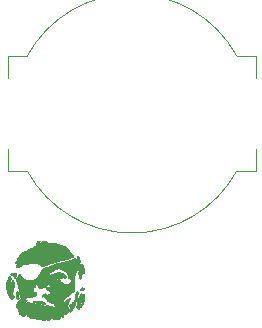
<source format=gbr>
G04 #@! TF.GenerationSoftware,KiCad,Pcbnew,(5.1.10)-1*
G04 #@! TF.CreationDate,2021-09-04T13:13:49-05:00*
G04 #@! TF.ProjectId,2b1,3262312e-6b69-4636-9164-5f7063625858,rev?*
G04 #@! TF.SameCoordinates,Original*
G04 #@! TF.FileFunction,Legend,Bot*
G04 #@! TF.FilePolarity,Positive*
%FSLAX46Y46*%
G04 Gerber Fmt 4.6, Leading zero omitted, Abs format (unit mm)*
G04 Created by KiCad (PCBNEW (5.1.10)-1) date 2021-09-04 13:13:49*
%MOMM*%
%LPD*%
G01*
G04 APERTURE LIST*
%ADD10C,0.010000*%
%ADD11C,0.120000*%
G04 APERTURE END LIST*
D10*
G36*
X139246796Y-94516479D02*
G01*
X139240970Y-94539436D01*
X139231038Y-94579410D01*
X139217454Y-94613543D01*
X139217377Y-94613686D01*
X139209477Y-94633720D01*
X139212208Y-94653212D01*
X139227788Y-94680299D01*
X139240425Y-94698312D01*
X139267506Y-94739990D01*
X139277671Y-94769458D01*
X139271625Y-94792804D01*
X139253655Y-94812933D01*
X139240685Y-94823354D01*
X139228796Y-94825782D01*
X139213542Y-94817671D01*
X139190477Y-94796474D01*
X139155157Y-94759643D01*
X139148720Y-94752818D01*
X139069831Y-94669131D01*
X138930291Y-94713050D01*
X138453461Y-94855776D01*
X137997000Y-94979063D01*
X137775394Y-95036791D01*
X137575177Y-95091442D01*
X137392705Y-95144233D01*
X137224332Y-95196376D01*
X137066414Y-95249087D01*
X136915305Y-95303581D01*
X136767361Y-95361072D01*
X136618936Y-95422774D01*
X136473463Y-95486714D01*
X136260703Y-95582428D01*
X136213096Y-95705389D01*
X136138720Y-95872412D01*
X136051056Y-96021025D01*
X135946672Y-96156232D01*
X135822135Y-96283032D01*
X135807620Y-96296178D01*
X135737094Y-96358428D01*
X135680192Y-96406075D01*
X135632488Y-96442384D01*
X135589555Y-96470623D01*
X135546966Y-96494056D01*
X135524766Y-96504828D01*
X135492994Y-96518960D01*
X135464796Y-96528605D01*
X135434235Y-96534584D01*
X135395372Y-96537718D01*
X135342266Y-96538827D01*
X135279200Y-96538783D01*
X135164977Y-96535274D01*
X135068753Y-96524990D01*
X134983723Y-96506616D01*
X134903080Y-96478833D01*
X134851932Y-96456132D01*
X134745324Y-96393190D01*
X134636723Y-96305275D01*
X134526474Y-96192704D01*
X134414922Y-96055797D01*
X134408900Y-96047761D01*
X134381220Y-96011266D01*
X134362030Y-95992434D01*
X134346316Y-95992198D01*
X134329066Y-96011489D01*
X134305266Y-96051239D01*
X134295183Y-96068895D01*
X134268741Y-96108895D01*
X134231584Y-96157388D01*
X134191004Y-96204949D01*
X134184113Y-96212453D01*
X134141365Y-96260883D01*
X134109621Y-96304808D01*
X134088626Y-96348049D01*
X134078125Y-96394426D01*
X134077861Y-96447761D01*
X134087580Y-96511874D01*
X134107027Y-96590588D01*
X134135946Y-96687722D01*
X134149490Y-96730647D01*
X134185883Y-96846775D01*
X134214636Y-96943190D01*
X134236817Y-97024039D01*
X134253493Y-97093470D01*
X134265731Y-97155631D01*
X134274600Y-97214668D01*
X134275094Y-97218567D01*
X134286176Y-97283588D01*
X134302797Y-97355320D01*
X134318933Y-97410553D01*
X134336851Y-97476132D01*
X134352104Y-97559114D01*
X134365270Y-97662867D01*
X134369674Y-97706633D01*
X134377003Y-97776181D01*
X134384792Y-97837094D01*
X134392343Y-97884746D01*
X134398955Y-97914511D01*
X134402210Y-97921889D01*
X134423002Y-97934870D01*
X134455069Y-97948016D01*
X134456866Y-97948605D01*
X134491411Y-97968129D01*
X134502084Y-97989575D01*
X134496241Y-98022223D01*
X134473548Y-98066683D01*
X134437130Y-98119081D01*
X134390112Y-98175540D01*
X134335621Y-98232185D01*
X134276781Y-98285140D01*
X134241024Y-98313283D01*
X134177002Y-98373072D01*
X134128195Y-98447448D01*
X134092581Y-98539906D01*
X134079482Y-98592177D01*
X134066181Y-98663420D01*
X134063382Y-98716874D01*
X134073444Y-98758807D01*
X134098723Y-98795488D01*
X134141577Y-98833185D01*
X134180905Y-98861857D01*
X134197946Y-98875550D01*
X134207769Y-98891251D01*
X134212105Y-98915660D01*
X134212689Y-98955475D01*
X134212134Y-98982507D01*
X134210747Y-99046536D01*
X134211219Y-99090159D01*
X134214960Y-99118367D01*
X134223378Y-99136151D01*
X134237881Y-99148501D01*
X134259880Y-99160407D01*
X134262776Y-99161883D01*
X134302088Y-99186090D01*
X134326120Y-99214509D01*
X134340948Y-99255797D01*
X134346207Y-99280716D01*
X134368733Y-99341484D01*
X134411179Y-99387348D01*
X134474404Y-99419164D01*
X134489725Y-99423947D01*
X134541385Y-99440526D01*
X134574727Y-99457342D01*
X134596412Y-99479227D01*
X134613104Y-99511015D01*
X134614588Y-99514525D01*
X134633119Y-99546448D01*
X134653904Y-99554242D01*
X134680413Y-99539147D01*
X134681300Y-99538381D01*
X134704202Y-99524933D01*
X134741817Y-99508846D01*
X134771200Y-99498484D01*
X134847026Y-99461934D01*
X134905922Y-99408439D01*
X134946141Y-99341415D01*
X134965941Y-99264278D01*
X134963576Y-99180443D01*
X134954364Y-99139875D01*
X134952008Y-99118798D01*
X134966510Y-99111737D01*
X134978549Y-99111300D01*
X135012572Y-99122373D01*
X135036106Y-99153028D01*
X135048469Y-99199412D01*
X135048975Y-99257675D01*
X135036940Y-99323966D01*
X135023674Y-99365300D01*
X135000941Y-99431558D01*
X134991284Y-99479611D01*
X134996368Y-99513948D01*
X135017859Y-99539056D01*
X135057423Y-99559425D01*
X135101400Y-99574751D01*
X135148294Y-99593888D01*
X135191216Y-99618329D01*
X135209350Y-99632379D01*
X135246959Y-99661633D01*
X135287942Y-99685810D01*
X135291900Y-99687646D01*
X135332786Y-99709503D01*
X135370326Y-99734960D01*
X135371428Y-99735843D01*
X135395499Y-99752747D01*
X135417441Y-99757891D01*
X135448380Y-99752850D01*
X135463685Y-99748893D01*
X135507592Y-99740755D01*
X135563311Y-99735208D01*
X135608196Y-99733600D01*
X135657595Y-99732309D01*
X135692206Y-99726348D01*
X135722597Y-99712581D01*
X135757239Y-99689376D01*
X135794618Y-99663008D01*
X135826427Y-99641292D01*
X135841175Y-99631779D01*
X135859932Y-99624696D01*
X135862459Y-99634879D01*
X135849380Y-99660590D01*
X135821322Y-99700092D01*
X135812600Y-99711215D01*
X135786164Y-99746940D01*
X135767792Y-99776587D01*
X135761800Y-99792167D01*
X135773081Y-99809940D01*
X135804862Y-99818084D01*
X135854050Y-99816378D01*
X135917552Y-99804600D01*
X135921755Y-99803567D01*
X135971850Y-99792448D01*
X136013527Y-99787769D01*
X136054947Y-99789945D01*
X136104274Y-99799394D01*
X136168200Y-99816121D01*
X136231119Y-99831756D01*
X136299204Y-99845740D01*
X136366331Y-99857132D01*
X136426378Y-99864989D01*
X136473222Y-99868369D01*
X136498379Y-99866954D01*
X136532223Y-99852042D01*
X136562519Y-99828191D01*
X136589536Y-99804605D01*
X136613704Y-99799720D01*
X136642186Y-99813890D01*
X136666234Y-99833337D01*
X136729625Y-99878355D01*
X136787602Y-99898565D01*
X136840187Y-99893972D01*
X136881260Y-99870061D01*
X136905782Y-99844097D01*
X136935786Y-99805221D01*
X136960477Y-99768525D01*
X136993191Y-99722468D01*
X137022086Y-99699696D01*
X137051814Y-99699547D01*
X137087027Y-99721357D01*
X137114641Y-99746584D01*
X137166692Y-99797669D01*
X137221493Y-99778334D01*
X137276558Y-99762698D01*
X137317690Y-99761458D01*
X137352088Y-99774917D01*
X137365466Y-99784400D01*
X137397097Y-99804023D01*
X137427255Y-99807554D01*
X137464102Y-99794784D01*
X137489327Y-99781225D01*
X137522990Y-99764154D01*
X137545307Y-99760549D01*
X137564868Y-99768525D01*
X137597314Y-99788577D01*
X137615290Y-99799711D01*
X137637967Y-99807948D01*
X137659393Y-99797265D01*
X137664768Y-99792589D01*
X137691363Y-99775088D01*
X137730610Y-99756227D01*
X137751204Y-99748205D01*
X137812850Y-99726254D01*
X137824411Y-99650552D01*
X137831128Y-99609690D01*
X137836854Y-99580321D01*
X137839832Y-99570012D01*
X137852500Y-99571860D01*
X137879496Y-99582342D01*
X137890270Y-99587277D01*
X137935790Y-99600614D01*
X137983776Y-99601996D01*
X138024342Y-99591834D01*
X138040354Y-99581034D01*
X138046877Y-99562371D01*
X138051705Y-99525109D01*
X138054046Y-99476032D01*
X138054150Y-99462861D01*
X138053284Y-99408863D01*
X138049228Y-99371320D01*
X138039802Y-99341311D01*
X138022822Y-99309910D01*
X138012875Y-99294101D01*
X137990938Y-99258591D01*
X137975969Y-99231882D01*
X137971600Y-99221313D01*
X137979578Y-99212411D01*
X138002996Y-99222631D01*
X138041087Y-99251542D01*
X138068740Y-99275917D01*
X138125948Y-99321134D01*
X138179933Y-99346671D01*
X138235032Y-99352588D01*
X138295583Y-99338948D01*
X138365923Y-99305813D01*
X138408041Y-99280752D01*
X138506255Y-99219250D01*
X138498939Y-99098600D01*
X138490813Y-99002080D01*
X138479418Y-98922889D01*
X138465232Y-98863257D01*
X138448735Y-98825414D01*
X138437964Y-98814118D01*
X138414478Y-98809763D01*
X138398223Y-98827873D01*
X138391069Y-98866089D01*
X138390895Y-98873582D01*
X138386199Y-98908400D01*
X138374703Y-98945824D01*
X138359791Y-98977614D01*
X138344843Y-98995531D01*
X138340234Y-98997000D01*
X138324557Y-98984878D01*
X138310315Y-98950828D01*
X138298725Y-98898317D01*
X138294285Y-98866050D01*
X138291259Y-98832537D01*
X138293343Y-98807605D01*
X138303430Y-98783854D01*
X138324414Y-98753885D01*
X138351415Y-98719933D01*
X138381782Y-98679614D01*
X138404501Y-98644383D01*
X138415605Y-98620544D01*
X138416100Y-98617136D01*
X138421586Y-98597451D01*
X138432964Y-98569314D01*
X137410105Y-98569314D01*
X137396371Y-98584405D01*
X137367202Y-98590600D01*
X137340189Y-98596304D01*
X137329386Y-98615442D01*
X137333943Y-98651050D01*
X137342593Y-98678487D01*
X137354540Y-98717776D01*
X137361376Y-98750774D01*
X137362000Y-98758937D01*
X137359913Y-98772880D01*
X137349728Y-98779361D01*
X137325562Y-98779714D01*
X137287134Y-98775910D01*
X137240933Y-98768994D01*
X137180267Y-98757608D01*
X137115241Y-98743715D01*
X137086044Y-98736876D01*
X137017996Y-98718736D01*
X136945680Y-98696791D01*
X136881387Y-98674848D01*
X136862130Y-98667506D01*
X136797724Y-98644282D01*
X136744548Y-98632395D01*
X136692781Y-98631175D01*
X136632602Y-98639954D01*
X136591264Y-98649061D01*
X136502490Y-98662483D01*
X136408974Y-98661148D01*
X136307236Y-98644477D01*
X136193796Y-98611891D01*
X136065173Y-98562811D01*
X136060227Y-98560734D01*
X136016691Y-98545229D01*
X135964163Y-98532368D01*
X135897486Y-98521145D01*
X135811503Y-98510552D01*
X135793527Y-98508629D01*
X135709490Y-98498591D01*
X135618209Y-98485695D01*
X135530229Y-98471542D01*
X135456100Y-98457734D01*
X135450650Y-98456601D01*
X135378471Y-98441593D01*
X135302976Y-98426160D01*
X135234413Y-98412384D01*
X135193833Y-98404416D01*
X135089415Y-98384254D01*
X134958008Y-98462027D01*
X134884184Y-98503431D01*
X134828747Y-98529511D01*
X134792042Y-98540264D01*
X134774415Y-98535686D01*
X134776210Y-98515774D01*
X134797774Y-98480524D01*
X134810948Y-98463450D01*
X134848195Y-98398512D01*
X134865393Y-98340369D01*
X134875139Y-98298155D01*
X134886036Y-98273920D01*
X134902671Y-98260477D01*
X134920905Y-98253405D01*
X134962871Y-98234659D01*
X134982984Y-98215129D01*
X134981004Y-98198080D01*
X134956690Y-98186775D01*
X134926026Y-98184026D01*
X134873744Y-98180475D01*
X134837921Y-98171033D01*
X134822584Y-98156859D01*
X134822301Y-98154143D01*
X134829161Y-98138115D01*
X134847424Y-98106365D01*
X134874016Y-98064046D01*
X134895326Y-98031800D01*
X134968050Y-97923850D01*
X135190300Y-97917044D01*
X135264288Y-97914227D01*
X135330530Y-97910672D01*
X135384389Y-97906710D01*
X135421226Y-97902669D01*
X135435365Y-97899584D01*
X135454109Y-97882552D01*
X135476522Y-97850982D01*
X135488211Y-97830190D01*
X135511958Y-97789723D01*
X135541630Y-97747414D01*
X135572729Y-97708749D01*
X135600752Y-97679218D01*
X135621199Y-97664307D01*
X135624914Y-97663500D01*
X135631988Y-97675540D01*
X135633057Y-97711832D01*
X135630256Y-97751639D01*
X135627550Y-97796267D01*
X135628202Y-97830033D01*
X135632057Y-97845924D01*
X135632317Y-97846114D01*
X135654683Y-97846329D01*
X135683764Y-97828691D01*
X135713981Y-97797575D01*
X135735749Y-97764976D01*
X135752962Y-97727677D01*
X135763825Y-97686285D01*
X135770177Y-97632345D01*
X135772284Y-97597048D01*
X135777607Y-97485700D01*
X135645131Y-97485700D01*
X135573942Y-97485288D01*
X135524639Y-97481498D01*
X135493714Y-97470498D01*
X135477657Y-97448453D01*
X135472959Y-97411531D01*
X135476112Y-97355899D01*
X135480867Y-97306276D01*
X135486543Y-97246471D01*
X135491145Y-97194812D01*
X135494161Y-97157234D01*
X135495100Y-97140478D01*
X135501225Y-97128439D01*
X135522693Y-97120621D01*
X135564153Y-97115494D01*
X135573007Y-97114817D01*
X135623917Y-97108480D01*
X135655012Y-97097417D01*
X135668257Y-97085463D01*
X135679717Y-97054937D01*
X135684978Y-97010051D01*
X135684110Y-96961017D01*
X135677181Y-96918046D01*
X135666954Y-96894402D01*
X135650310Y-96862259D01*
X135654404Y-96832333D01*
X135680353Y-96798705D01*
X135686062Y-96793107D01*
X135714209Y-96770922D01*
X135736852Y-96766831D01*
X135757190Y-96782660D01*
X135778417Y-96820237D01*
X135793008Y-96854222D01*
X135837235Y-96940731D01*
X135894688Y-97018896D01*
X135960761Y-97083710D01*
X136030846Y-97130167D01*
X136057902Y-97142090D01*
X136100761Y-97151256D01*
X136159692Y-97154945D01*
X136226011Y-97153368D01*
X136291035Y-97146738D01*
X136346081Y-97135266D01*
X136346870Y-97135033D01*
X136439754Y-97100886D01*
X136524006Y-97054494D01*
X136609048Y-96990616D01*
X136613993Y-96986443D01*
X136679901Y-96933345D01*
X136732541Y-96898504D01*
X136775350Y-96881046D01*
X136811768Y-96880095D01*
X136845236Y-96894777D01*
X136875115Y-96920074D01*
X136902650Y-96951288D01*
X136914441Y-96978180D01*
X136915171Y-97011528D01*
X136915120Y-97012149D01*
X136911150Y-97060250D01*
X136801904Y-97066600D01*
X136740150Y-97071674D01*
X136697917Y-97080254D01*
X136669338Y-97095182D01*
X136648541Y-97119302D01*
X136632920Y-97148478D01*
X136614197Y-97206817D01*
X136617703Y-97255074D01*
X136643328Y-97291982D01*
X136645806Y-97293997D01*
X136694899Y-97325606D01*
X136757782Y-97356604D01*
X136823229Y-97381992D01*
X136874545Y-97395823D01*
X136932217Y-97414989D01*
X136968357Y-97447153D01*
X136983135Y-97492702D01*
X136976718Y-97552024D01*
X136961775Y-97596872D01*
X136926981Y-97658131D01*
X136880555Y-97696918D01*
X136822060Y-97713560D01*
X136804766Y-97714300D01*
X136755956Y-97718787D01*
X136727427Y-97734104D01*
X136715369Y-97763030D01*
X136714300Y-97780340D01*
X136710645Y-97808323D01*
X136699485Y-97812676D01*
X136680533Y-97793274D01*
X136656674Y-97755575D01*
X136622521Y-97702269D01*
X136588573Y-97660078D01*
X136558587Y-97633162D01*
X136539127Y-97625400D01*
X136519112Y-97632838D01*
X136488809Y-97651712D01*
X136472570Y-97663841D01*
X136433610Y-97690422D01*
X136393867Y-97711173D01*
X136381842Y-97715730D01*
X136320783Y-97737570D01*
X136280641Y-97759526D01*
X136257290Y-97785956D01*
X136246606Y-97821219D01*
X136244400Y-97860947D01*
X136247319Y-97889969D01*
X136259039Y-97902813D01*
X136284002Y-97900751D01*
X136326655Y-97885054D01*
X136327453Y-97884721D01*
X136381568Y-97871631D01*
X136430567Y-97876815D01*
X136469476Y-97897996D01*
X136493324Y-97932893D01*
X136498400Y-97963063D01*
X136508423Y-97997200D01*
X136533492Y-98033425D01*
X136566115Y-98062120D01*
X136581954Y-98070281D01*
X136609607Y-98089053D01*
X136633120Y-98116958D01*
X136670393Y-98175745D01*
X136699334Y-98215856D01*
X136723251Y-98241189D01*
X136745451Y-98255644D01*
X136753508Y-98258883D01*
X136787929Y-98275224D01*
X136826340Y-98299355D01*
X136834099Y-98305061D01*
X136865096Y-98325627D01*
X136887027Y-98330376D01*
X136903373Y-98324663D01*
X136921031Y-98319293D01*
X136939542Y-98326025D01*
X136965396Y-98347985D01*
X136978222Y-98360694D01*
X137011922Y-98391045D01*
X137043951Y-98408127D01*
X137086159Y-98417606D01*
X137101646Y-98419698D01*
X137150806Y-98428728D01*
X137187528Y-98444877D01*
X137224750Y-98474105D01*
X137229891Y-98478799D01*
X137271768Y-98512118D01*
X137310296Y-98529008D01*
X137337536Y-98533535D01*
X137373805Y-98539327D01*
X137399268Y-98547832D01*
X137403394Y-98550713D01*
X137410105Y-98569314D01*
X138432964Y-98569314D01*
X138436524Y-98560511D01*
X138458638Y-98511592D01*
X138485651Y-98455968D01*
X138485835Y-98455601D01*
X138517789Y-98388482D01*
X138549152Y-98316483D01*
X138578024Y-98244652D01*
X138602502Y-98178038D01*
X138620686Y-98121689D01*
X138630674Y-98080655D01*
X138632000Y-98067517D01*
X138623144Y-98048806D01*
X138596834Y-98047947D01*
X138553458Y-98064717D01*
X138493404Y-98098889D01*
X138417059Y-98150238D01*
X138324811Y-98218538D01*
X138217047Y-98303564D01*
X138194161Y-98322153D01*
X138145286Y-98361072D01*
X138102604Y-98393293D01*
X138070348Y-98415744D01*
X138052751Y-98425353D01*
X138051733Y-98425500D01*
X138031970Y-98414039D01*
X138016819Y-98384567D01*
X138009827Y-98344452D01*
X138009700Y-98338202D01*
X138016464Y-98305353D01*
X138034847Y-98257203D01*
X138061985Y-98199317D01*
X138095017Y-98137261D01*
X138131079Y-98076601D01*
X138167308Y-98022902D01*
X138181449Y-98004310D01*
X138226189Y-97954700D01*
X138275334Y-97911012D01*
X138323449Y-97877268D01*
X138365096Y-97857490D01*
X138384633Y-97854000D01*
X138437466Y-97844821D01*
X138488829Y-97815805D01*
X138542486Y-97764731D01*
X138549378Y-97756876D01*
X138593410Y-97713020D01*
X138654494Y-97662390D01*
X138726968Y-97609577D01*
X138751364Y-97593148D01*
X138807397Y-97555141D01*
X138858517Y-97518642D01*
X138899408Y-97487566D01*
X138924753Y-97465833D01*
X138926273Y-97464277D01*
X138945417Y-97438420D01*
X138960760Y-97403631D01*
X138972811Y-97356931D01*
X138982081Y-97295341D01*
X138989078Y-97215884D01*
X138994313Y-97115580D01*
X138996518Y-97053900D01*
X138998829Y-96970817D01*
X138999594Y-96908723D01*
X138998572Y-96863241D01*
X138995525Y-96829993D01*
X138990214Y-96804602D01*
X138982400Y-96782691D01*
X138981613Y-96780850D01*
X138959504Y-96726618D01*
X138948078Y-96686683D01*
X138946567Y-96652665D01*
X138954204Y-96616188D01*
X138963827Y-96586854D01*
X138975024Y-96551225D01*
X138981731Y-96517542D01*
X138981731Y-96517534D01*
X138713375Y-96517534D01*
X138701546Y-96588225D01*
X138674928Y-96663291D01*
X138635604Y-96736467D01*
X138598952Y-96786427D01*
X138572782Y-96812951D01*
X138549179Y-96822317D01*
X138525223Y-96820652D01*
X138499957Y-96818035D01*
X138454277Y-96814951D01*
X138393158Y-96811674D01*
X138321575Y-96808472D01*
X138257350Y-96806052D01*
X138108643Y-96798699D01*
X137983672Y-96787599D01*
X137881023Y-96772543D01*
X137799280Y-96753325D01*
X137737029Y-96729737D01*
X137736842Y-96729646D01*
X137673150Y-96698520D01*
X137723950Y-96704640D01*
X137810577Y-96714377D01*
X137874428Y-96719850D01*
X137917749Y-96721144D01*
X137942791Y-96718347D01*
X137951061Y-96713410D01*
X137947560Y-96697572D01*
X137926842Y-96676173D01*
X137895013Y-96653712D01*
X137858178Y-96634686D01*
X137831900Y-96625619D01*
X137800990Y-96614125D01*
X137787231Y-96595357D01*
X137783503Y-96574173D01*
X137781844Y-96557320D01*
X137778054Y-96545387D01*
X137768054Y-96536761D01*
X137747765Y-96529826D01*
X137713106Y-96522968D01*
X137659999Y-96514572D01*
X137616000Y-96507884D01*
X137572427Y-96501421D01*
X137539285Y-96496844D01*
X137524367Y-96495195D01*
X137510224Y-96487437D01*
X137484723Y-96467874D01*
X137470270Y-96455576D01*
X137443196Y-96434624D01*
X137414763Y-96420973D01*
X137376928Y-96411844D01*
X137322541Y-96404561D01*
X137263340Y-96396119D01*
X137216009Y-96385852D01*
X137184518Y-96374931D01*
X137172836Y-96364526D01*
X137174470Y-96360897D01*
X137191840Y-96354288D01*
X137229413Y-96346069D01*
X137282099Y-96336933D01*
X137344805Y-96327578D01*
X137412442Y-96318697D01*
X137479917Y-96310988D01*
X137542139Y-96305145D01*
X137594017Y-96301865D01*
X137609650Y-96301439D01*
X137678901Y-96301970D01*
X137734761Y-96306764D01*
X137789105Y-96317497D01*
X137853812Y-96335847D01*
X137854213Y-96335971D01*
X137905343Y-96350631D01*
X137947115Y-96360592D01*
X137973844Y-96364604D01*
X137980288Y-96363646D01*
X137979388Y-96348795D01*
X137960836Y-96325911D01*
X137929340Y-96299013D01*
X137889606Y-96272121D01*
X137846342Y-96249253D01*
X137846272Y-96249222D01*
X137712400Y-96202079D01*
X137576289Y-96179175D01*
X137440461Y-96180703D01*
X137307437Y-96206856D01*
X137304139Y-96207836D01*
X137256318Y-96220995D01*
X137217645Y-96229464D01*
X137194613Y-96231895D01*
X137191641Y-96231199D01*
X137187182Y-96218831D01*
X137203533Y-96201889D01*
X137236859Y-96181939D01*
X137283322Y-96160547D01*
X137339087Y-96139278D01*
X137400317Y-96119698D01*
X137463176Y-96103372D01*
X137523827Y-96091868D01*
X137537610Y-96090000D01*
X137615039Y-96083997D01*
X137686684Y-96087116D01*
X137757132Y-96100752D01*
X137830969Y-96126302D01*
X137912781Y-96165160D01*
X138007156Y-96218723D01*
X138053079Y-96246833D01*
X138102993Y-96276294D01*
X138147559Y-96299708D01*
X138180881Y-96314130D01*
X138194241Y-96317300D01*
X138228571Y-96308003D01*
X138261364Y-96285040D01*
X138283967Y-96255799D01*
X138289100Y-96236314D01*
X138282470Y-96209501D01*
X138265562Y-96172601D01*
X138253183Y-96151336D01*
X138190649Y-96073585D01*
X138108535Y-96002832D01*
X138012328Y-95941973D01*
X137907515Y-95893902D01*
X137799582Y-95861515D01*
X137694015Y-95847708D01*
X137677261Y-95847416D01*
X137572440Y-95855348D01*
X137454399Y-95877902D01*
X137329287Y-95913269D01*
X137203255Y-95959639D01*
X137082450Y-96015201D01*
X137051290Y-96031673D01*
X136974355Y-96069203D01*
X136910335Y-96091262D01*
X136883584Y-96096136D01*
X136839388Y-96099167D01*
X136812561Y-96095140D01*
X136802541Y-96081196D01*
X136808767Y-96054472D01*
X136830677Y-96012108D01*
X136858153Y-95966592D01*
X136903230Y-95896968D01*
X136941687Y-95846082D01*
X136977844Y-95809752D01*
X137016025Y-95783794D01*
X137060551Y-95764024D01*
X137071427Y-95760159D01*
X137123473Y-95741043D01*
X137169505Y-95720731D01*
X137216984Y-95695385D01*
X137273371Y-95661171D01*
X137312030Y-95636442D01*
X137418122Y-95573034D01*
X137509532Y-95529532D01*
X137585995Y-95506048D01*
X137628510Y-95501569D01*
X137654353Y-95503326D01*
X137684396Y-95509329D01*
X137721371Y-95520674D01*
X137768009Y-95538458D01*
X137827043Y-95563777D01*
X137901203Y-95597727D01*
X137993222Y-95641404D01*
X138073200Y-95680041D01*
X138191771Y-95749521D01*
X138292895Y-95833503D01*
X138374849Y-95929852D01*
X138435905Y-96036437D01*
X138474340Y-96151123D01*
X138480739Y-96183950D01*
X138490889Y-96238653D01*
X138501511Y-96273422D01*
X138515789Y-96293579D01*
X138536907Y-96304445D01*
X138555587Y-96309002D01*
X138598343Y-96327433D01*
X138642768Y-96361996D01*
X138681167Y-96405212D01*
X138705846Y-96449602D01*
X138708331Y-96457485D01*
X138713375Y-96517534D01*
X138981731Y-96517534D01*
X138984485Y-96478813D01*
X138983827Y-96428042D01*
X138980789Y-96366749D01*
X138972313Y-96219349D01*
X139017618Y-96116306D01*
X139034059Y-96075248D01*
X139053300Y-96021611D01*
X139073500Y-95961262D01*
X139092821Y-95900066D01*
X139109421Y-95843889D01*
X139121461Y-95798596D01*
X139127101Y-95770055D01*
X139127300Y-95766653D01*
X139134522Y-95754935D01*
X139152953Y-95730182D01*
X139166749Y-95712621D01*
X139187964Y-95684048D01*
X139199127Y-95659700D01*
X139202607Y-95630134D01*
X139200776Y-95585910D01*
X139200299Y-95578991D01*
X139200156Y-95506550D01*
X139212260Y-95453730D01*
X139237911Y-95417232D01*
X139272330Y-95396157D01*
X139323621Y-95385575D01*
X139367646Y-95399082D01*
X139398539Y-95429568D01*
X139412014Y-95458532D01*
X139403550Y-95475109D01*
X139381910Y-95479100D01*
X139356543Y-95489634D01*
X139344445Y-95521319D01*
X139345620Y-95574280D01*
X139360071Y-95648641D01*
X139387800Y-95744526D01*
X139388462Y-95746578D01*
X139409850Y-95816968D01*
X139423506Y-95870994D01*
X139429410Y-95907222D01*
X139427540Y-95924218D01*
X139417875Y-95920546D01*
X139400393Y-95894772D01*
X139390411Y-95876431D01*
X139357595Y-95823571D01*
X139327243Y-95795876D01*
X139299229Y-95793245D01*
X139292402Y-95796599D01*
X139287109Y-95804596D01*
X139286695Y-95821430D01*
X139291858Y-95850274D01*
X139303293Y-95894298D01*
X139321695Y-95956676D01*
X139341655Y-96021137D01*
X139372171Y-96118014D01*
X139396445Y-96193545D01*
X139415594Y-96250698D01*
X139430734Y-96292437D01*
X139442980Y-96321729D01*
X139453449Y-96341541D01*
X139463257Y-96354838D01*
X139469627Y-96361231D01*
X139488220Y-96374047D01*
X139503305Y-96367326D01*
X139511541Y-96358677D01*
X139522283Y-96337697D01*
X139536121Y-96297813D01*
X139551162Y-96245027D01*
X139563704Y-96193486D01*
X139582088Y-96114875D01*
X139597968Y-96057360D01*
X139613405Y-96017052D01*
X139630462Y-95990060D01*
X139651201Y-95972495D01*
X139677686Y-95960466D01*
X139689275Y-95956664D01*
X139701457Y-95948465D01*
X139708333Y-95929550D01*
X139711264Y-95894265D01*
X139711695Y-95863673D01*
X139714907Y-95803963D01*
X139723292Y-95764713D01*
X139735441Y-95746958D01*
X139749947Y-95751736D01*
X139765403Y-95780082D01*
X139776418Y-95816019D01*
X139793071Y-95863236D01*
X139813204Y-95889759D01*
X139835027Y-95893457D01*
X139839563Y-95891193D01*
X139845836Y-95874390D01*
X139848546Y-95837216D01*
X139847998Y-95784403D01*
X139844493Y-95720686D01*
X139838334Y-95650797D01*
X139829824Y-95579470D01*
X139819265Y-95511437D01*
X139813255Y-95479852D01*
X139785060Y-95369403D01*
X139750601Y-95283124D01*
X139709643Y-95220511D01*
X139681419Y-95193761D01*
X139641593Y-95170562D01*
X139599550Y-95163707D01*
X139546638Y-95172119D01*
X139534329Y-95175442D01*
X139516742Y-95167576D01*
X139494265Y-95136847D01*
X139483529Y-95117150D01*
X139450079Y-95065865D01*
X139412412Y-95036641D01*
X139409875Y-95035483D01*
X139377989Y-95016054D01*
X139370979Y-94998069D01*
X139388734Y-94983399D01*
X139413395Y-94976547D01*
X139452610Y-94963676D01*
X139472018Y-94941573D01*
X139472498Y-94907194D01*
X139454931Y-94857496D01*
X139450543Y-94848001D01*
X139429800Y-94797080D01*
X139422449Y-94757038D01*
X139424255Y-94729939D01*
X139421682Y-94681701D01*
X139403215Y-94625926D01*
X139372724Y-94571035D01*
X139334074Y-94525451D01*
X139327820Y-94519942D01*
X139290769Y-94495690D01*
X139264012Y-94494479D01*
X139246796Y-94516479D01*
G37*
X139246796Y-94516479D02*
X139240970Y-94539436D01*
X139231038Y-94579410D01*
X139217454Y-94613543D01*
X139217377Y-94613686D01*
X139209477Y-94633720D01*
X139212208Y-94653212D01*
X139227788Y-94680299D01*
X139240425Y-94698312D01*
X139267506Y-94739990D01*
X139277671Y-94769458D01*
X139271625Y-94792804D01*
X139253655Y-94812933D01*
X139240685Y-94823354D01*
X139228796Y-94825782D01*
X139213542Y-94817671D01*
X139190477Y-94796474D01*
X139155157Y-94759643D01*
X139148720Y-94752818D01*
X139069831Y-94669131D01*
X138930291Y-94713050D01*
X138453461Y-94855776D01*
X137997000Y-94979063D01*
X137775394Y-95036791D01*
X137575177Y-95091442D01*
X137392705Y-95144233D01*
X137224332Y-95196376D01*
X137066414Y-95249087D01*
X136915305Y-95303581D01*
X136767361Y-95361072D01*
X136618936Y-95422774D01*
X136473463Y-95486714D01*
X136260703Y-95582428D01*
X136213096Y-95705389D01*
X136138720Y-95872412D01*
X136051056Y-96021025D01*
X135946672Y-96156232D01*
X135822135Y-96283032D01*
X135807620Y-96296178D01*
X135737094Y-96358428D01*
X135680192Y-96406075D01*
X135632488Y-96442384D01*
X135589555Y-96470623D01*
X135546966Y-96494056D01*
X135524766Y-96504828D01*
X135492994Y-96518960D01*
X135464796Y-96528605D01*
X135434235Y-96534584D01*
X135395372Y-96537718D01*
X135342266Y-96538827D01*
X135279200Y-96538783D01*
X135164977Y-96535274D01*
X135068753Y-96524990D01*
X134983723Y-96506616D01*
X134903080Y-96478833D01*
X134851932Y-96456132D01*
X134745324Y-96393190D01*
X134636723Y-96305275D01*
X134526474Y-96192704D01*
X134414922Y-96055797D01*
X134408900Y-96047761D01*
X134381220Y-96011266D01*
X134362030Y-95992434D01*
X134346316Y-95992198D01*
X134329066Y-96011489D01*
X134305266Y-96051239D01*
X134295183Y-96068895D01*
X134268741Y-96108895D01*
X134231584Y-96157388D01*
X134191004Y-96204949D01*
X134184113Y-96212453D01*
X134141365Y-96260883D01*
X134109621Y-96304808D01*
X134088626Y-96348049D01*
X134078125Y-96394426D01*
X134077861Y-96447761D01*
X134087580Y-96511874D01*
X134107027Y-96590588D01*
X134135946Y-96687722D01*
X134149490Y-96730647D01*
X134185883Y-96846775D01*
X134214636Y-96943190D01*
X134236817Y-97024039D01*
X134253493Y-97093470D01*
X134265731Y-97155631D01*
X134274600Y-97214668D01*
X134275094Y-97218567D01*
X134286176Y-97283588D01*
X134302797Y-97355320D01*
X134318933Y-97410553D01*
X134336851Y-97476132D01*
X134352104Y-97559114D01*
X134365270Y-97662867D01*
X134369674Y-97706633D01*
X134377003Y-97776181D01*
X134384792Y-97837094D01*
X134392343Y-97884746D01*
X134398955Y-97914511D01*
X134402210Y-97921889D01*
X134423002Y-97934870D01*
X134455069Y-97948016D01*
X134456866Y-97948605D01*
X134491411Y-97968129D01*
X134502084Y-97989575D01*
X134496241Y-98022223D01*
X134473548Y-98066683D01*
X134437130Y-98119081D01*
X134390112Y-98175540D01*
X134335621Y-98232185D01*
X134276781Y-98285140D01*
X134241024Y-98313283D01*
X134177002Y-98373072D01*
X134128195Y-98447448D01*
X134092581Y-98539906D01*
X134079482Y-98592177D01*
X134066181Y-98663420D01*
X134063382Y-98716874D01*
X134073444Y-98758807D01*
X134098723Y-98795488D01*
X134141577Y-98833185D01*
X134180905Y-98861857D01*
X134197946Y-98875550D01*
X134207769Y-98891251D01*
X134212105Y-98915660D01*
X134212689Y-98955475D01*
X134212134Y-98982507D01*
X134210747Y-99046536D01*
X134211219Y-99090159D01*
X134214960Y-99118367D01*
X134223378Y-99136151D01*
X134237881Y-99148501D01*
X134259880Y-99160407D01*
X134262776Y-99161883D01*
X134302088Y-99186090D01*
X134326120Y-99214509D01*
X134340948Y-99255797D01*
X134346207Y-99280716D01*
X134368733Y-99341484D01*
X134411179Y-99387348D01*
X134474404Y-99419164D01*
X134489725Y-99423947D01*
X134541385Y-99440526D01*
X134574727Y-99457342D01*
X134596412Y-99479227D01*
X134613104Y-99511015D01*
X134614588Y-99514525D01*
X134633119Y-99546448D01*
X134653904Y-99554242D01*
X134680413Y-99539147D01*
X134681300Y-99538381D01*
X134704202Y-99524933D01*
X134741817Y-99508846D01*
X134771200Y-99498484D01*
X134847026Y-99461934D01*
X134905922Y-99408439D01*
X134946141Y-99341415D01*
X134965941Y-99264278D01*
X134963576Y-99180443D01*
X134954364Y-99139875D01*
X134952008Y-99118798D01*
X134966510Y-99111737D01*
X134978549Y-99111300D01*
X135012572Y-99122373D01*
X135036106Y-99153028D01*
X135048469Y-99199412D01*
X135048975Y-99257675D01*
X135036940Y-99323966D01*
X135023674Y-99365300D01*
X135000941Y-99431558D01*
X134991284Y-99479611D01*
X134996368Y-99513948D01*
X135017859Y-99539056D01*
X135057423Y-99559425D01*
X135101400Y-99574751D01*
X135148294Y-99593888D01*
X135191216Y-99618329D01*
X135209350Y-99632379D01*
X135246959Y-99661633D01*
X135287942Y-99685810D01*
X135291900Y-99687646D01*
X135332786Y-99709503D01*
X135370326Y-99734960D01*
X135371428Y-99735843D01*
X135395499Y-99752747D01*
X135417441Y-99757891D01*
X135448380Y-99752850D01*
X135463685Y-99748893D01*
X135507592Y-99740755D01*
X135563311Y-99735208D01*
X135608196Y-99733600D01*
X135657595Y-99732309D01*
X135692206Y-99726348D01*
X135722597Y-99712581D01*
X135757239Y-99689376D01*
X135794618Y-99663008D01*
X135826427Y-99641292D01*
X135841175Y-99631779D01*
X135859932Y-99624696D01*
X135862459Y-99634879D01*
X135849380Y-99660590D01*
X135821322Y-99700092D01*
X135812600Y-99711215D01*
X135786164Y-99746940D01*
X135767792Y-99776587D01*
X135761800Y-99792167D01*
X135773081Y-99809940D01*
X135804862Y-99818084D01*
X135854050Y-99816378D01*
X135917552Y-99804600D01*
X135921755Y-99803567D01*
X135971850Y-99792448D01*
X136013527Y-99787769D01*
X136054947Y-99789945D01*
X136104274Y-99799394D01*
X136168200Y-99816121D01*
X136231119Y-99831756D01*
X136299204Y-99845740D01*
X136366331Y-99857132D01*
X136426378Y-99864989D01*
X136473222Y-99868369D01*
X136498379Y-99866954D01*
X136532223Y-99852042D01*
X136562519Y-99828191D01*
X136589536Y-99804605D01*
X136613704Y-99799720D01*
X136642186Y-99813890D01*
X136666234Y-99833337D01*
X136729625Y-99878355D01*
X136787602Y-99898565D01*
X136840187Y-99893972D01*
X136881260Y-99870061D01*
X136905782Y-99844097D01*
X136935786Y-99805221D01*
X136960477Y-99768525D01*
X136993191Y-99722468D01*
X137022086Y-99699696D01*
X137051814Y-99699547D01*
X137087027Y-99721357D01*
X137114641Y-99746584D01*
X137166692Y-99797669D01*
X137221493Y-99778334D01*
X137276558Y-99762698D01*
X137317690Y-99761458D01*
X137352088Y-99774917D01*
X137365466Y-99784400D01*
X137397097Y-99804023D01*
X137427255Y-99807554D01*
X137464102Y-99794784D01*
X137489327Y-99781225D01*
X137522990Y-99764154D01*
X137545307Y-99760549D01*
X137564868Y-99768525D01*
X137597314Y-99788577D01*
X137615290Y-99799711D01*
X137637967Y-99807948D01*
X137659393Y-99797265D01*
X137664768Y-99792589D01*
X137691363Y-99775088D01*
X137730610Y-99756227D01*
X137751204Y-99748205D01*
X137812850Y-99726254D01*
X137824411Y-99650552D01*
X137831128Y-99609690D01*
X137836854Y-99580321D01*
X137839832Y-99570012D01*
X137852500Y-99571860D01*
X137879496Y-99582342D01*
X137890270Y-99587277D01*
X137935790Y-99600614D01*
X137983776Y-99601996D01*
X138024342Y-99591834D01*
X138040354Y-99581034D01*
X138046877Y-99562371D01*
X138051705Y-99525109D01*
X138054046Y-99476032D01*
X138054150Y-99462861D01*
X138053284Y-99408863D01*
X138049228Y-99371320D01*
X138039802Y-99341311D01*
X138022822Y-99309910D01*
X138012875Y-99294101D01*
X137990938Y-99258591D01*
X137975969Y-99231882D01*
X137971600Y-99221313D01*
X137979578Y-99212411D01*
X138002996Y-99222631D01*
X138041087Y-99251542D01*
X138068740Y-99275917D01*
X138125948Y-99321134D01*
X138179933Y-99346671D01*
X138235032Y-99352588D01*
X138295583Y-99338948D01*
X138365923Y-99305813D01*
X138408041Y-99280752D01*
X138506255Y-99219250D01*
X138498939Y-99098600D01*
X138490813Y-99002080D01*
X138479418Y-98922889D01*
X138465232Y-98863257D01*
X138448735Y-98825414D01*
X138437964Y-98814118D01*
X138414478Y-98809763D01*
X138398223Y-98827873D01*
X138391069Y-98866089D01*
X138390895Y-98873582D01*
X138386199Y-98908400D01*
X138374703Y-98945824D01*
X138359791Y-98977614D01*
X138344843Y-98995531D01*
X138340234Y-98997000D01*
X138324557Y-98984878D01*
X138310315Y-98950828D01*
X138298725Y-98898317D01*
X138294285Y-98866050D01*
X138291259Y-98832537D01*
X138293343Y-98807605D01*
X138303430Y-98783854D01*
X138324414Y-98753885D01*
X138351415Y-98719933D01*
X138381782Y-98679614D01*
X138404501Y-98644383D01*
X138415605Y-98620544D01*
X138416100Y-98617136D01*
X138421586Y-98597451D01*
X138432964Y-98569314D01*
X137410105Y-98569314D01*
X137396371Y-98584405D01*
X137367202Y-98590600D01*
X137340189Y-98596304D01*
X137329386Y-98615442D01*
X137333943Y-98651050D01*
X137342593Y-98678487D01*
X137354540Y-98717776D01*
X137361376Y-98750774D01*
X137362000Y-98758937D01*
X137359913Y-98772880D01*
X137349728Y-98779361D01*
X137325562Y-98779714D01*
X137287134Y-98775910D01*
X137240933Y-98768994D01*
X137180267Y-98757608D01*
X137115241Y-98743715D01*
X137086044Y-98736876D01*
X137017996Y-98718736D01*
X136945680Y-98696791D01*
X136881387Y-98674848D01*
X136862130Y-98667506D01*
X136797724Y-98644282D01*
X136744548Y-98632395D01*
X136692781Y-98631175D01*
X136632602Y-98639954D01*
X136591264Y-98649061D01*
X136502490Y-98662483D01*
X136408974Y-98661148D01*
X136307236Y-98644477D01*
X136193796Y-98611891D01*
X136065173Y-98562811D01*
X136060227Y-98560734D01*
X136016691Y-98545229D01*
X135964163Y-98532368D01*
X135897486Y-98521145D01*
X135811503Y-98510552D01*
X135793527Y-98508629D01*
X135709490Y-98498591D01*
X135618209Y-98485695D01*
X135530229Y-98471542D01*
X135456100Y-98457734D01*
X135450650Y-98456601D01*
X135378471Y-98441593D01*
X135302976Y-98426160D01*
X135234413Y-98412384D01*
X135193833Y-98404416D01*
X135089415Y-98384254D01*
X134958008Y-98462027D01*
X134884184Y-98503431D01*
X134828747Y-98529511D01*
X134792042Y-98540264D01*
X134774415Y-98535686D01*
X134776210Y-98515774D01*
X134797774Y-98480524D01*
X134810948Y-98463450D01*
X134848195Y-98398512D01*
X134865393Y-98340369D01*
X134875139Y-98298155D01*
X134886036Y-98273920D01*
X134902671Y-98260477D01*
X134920905Y-98253405D01*
X134962871Y-98234659D01*
X134982984Y-98215129D01*
X134981004Y-98198080D01*
X134956690Y-98186775D01*
X134926026Y-98184026D01*
X134873744Y-98180475D01*
X134837921Y-98171033D01*
X134822584Y-98156859D01*
X134822301Y-98154143D01*
X134829161Y-98138115D01*
X134847424Y-98106365D01*
X134874016Y-98064046D01*
X134895326Y-98031800D01*
X134968050Y-97923850D01*
X135190300Y-97917044D01*
X135264288Y-97914227D01*
X135330530Y-97910672D01*
X135384389Y-97906710D01*
X135421226Y-97902669D01*
X135435365Y-97899584D01*
X135454109Y-97882552D01*
X135476522Y-97850982D01*
X135488211Y-97830190D01*
X135511958Y-97789723D01*
X135541630Y-97747414D01*
X135572729Y-97708749D01*
X135600752Y-97679218D01*
X135621199Y-97664307D01*
X135624914Y-97663500D01*
X135631988Y-97675540D01*
X135633057Y-97711832D01*
X135630256Y-97751639D01*
X135627550Y-97796267D01*
X135628202Y-97830033D01*
X135632057Y-97845924D01*
X135632317Y-97846114D01*
X135654683Y-97846329D01*
X135683764Y-97828691D01*
X135713981Y-97797575D01*
X135735749Y-97764976D01*
X135752962Y-97727677D01*
X135763825Y-97686285D01*
X135770177Y-97632345D01*
X135772284Y-97597048D01*
X135777607Y-97485700D01*
X135645131Y-97485700D01*
X135573942Y-97485288D01*
X135524639Y-97481498D01*
X135493714Y-97470498D01*
X135477657Y-97448453D01*
X135472959Y-97411531D01*
X135476112Y-97355899D01*
X135480867Y-97306276D01*
X135486543Y-97246471D01*
X135491145Y-97194812D01*
X135494161Y-97157234D01*
X135495100Y-97140478D01*
X135501225Y-97128439D01*
X135522693Y-97120621D01*
X135564153Y-97115494D01*
X135573007Y-97114817D01*
X135623917Y-97108480D01*
X135655012Y-97097417D01*
X135668257Y-97085463D01*
X135679717Y-97054937D01*
X135684978Y-97010051D01*
X135684110Y-96961017D01*
X135677181Y-96918046D01*
X135666954Y-96894402D01*
X135650310Y-96862259D01*
X135654404Y-96832333D01*
X135680353Y-96798705D01*
X135686062Y-96793107D01*
X135714209Y-96770922D01*
X135736852Y-96766831D01*
X135757190Y-96782660D01*
X135778417Y-96820237D01*
X135793008Y-96854222D01*
X135837235Y-96940731D01*
X135894688Y-97018896D01*
X135960761Y-97083710D01*
X136030846Y-97130167D01*
X136057902Y-97142090D01*
X136100761Y-97151256D01*
X136159692Y-97154945D01*
X136226011Y-97153368D01*
X136291035Y-97146738D01*
X136346081Y-97135266D01*
X136346870Y-97135033D01*
X136439754Y-97100886D01*
X136524006Y-97054494D01*
X136609048Y-96990616D01*
X136613993Y-96986443D01*
X136679901Y-96933345D01*
X136732541Y-96898504D01*
X136775350Y-96881046D01*
X136811768Y-96880095D01*
X136845236Y-96894777D01*
X136875115Y-96920074D01*
X136902650Y-96951288D01*
X136914441Y-96978180D01*
X136915171Y-97011528D01*
X136915120Y-97012149D01*
X136911150Y-97060250D01*
X136801904Y-97066600D01*
X136740150Y-97071674D01*
X136697917Y-97080254D01*
X136669338Y-97095182D01*
X136648541Y-97119302D01*
X136632920Y-97148478D01*
X136614197Y-97206817D01*
X136617703Y-97255074D01*
X136643328Y-97291982D01*
X136645806Y-97293997D01*
X136694899Y-97325606D01*
X136757782Y-97356604D01*
X136823229Y-97381992D01*
X136874545Y-97395823D01*
X136932217Y-97414989D01*
X136968357Y-97447153D01*
X136983135Y-97492702D01*
X136976718Y-97552024D01*
X136961775Y-97596872D01*
X136926981Y-97658131D01*
X136880555Y-97696918D01*
X136822060Y-97713560D01*
X136804766Y-97714300D01*
X136755956Y-97718787D01*
X136727427Y-97734104D01*
X136715369Y-97763030D01*
X136714300Y-97780340D01*
X136710645Y-97808323D01*
X136699485Y-97812676D01*
X136680533Y-97793274D01*
X136656674Y-97755575D01*
X136622521Y-97702269D01*
X136588573Y-97660078D01*
X136558587Y-97633162D01*
X136539127Y-97625400D01*
X136519112Y-97632838D01*
X136488809Y-97651712D01*
X136472570Y-97663841D01*
X136433610Y-97690422D01*
X136393867Y-97711173D01*
X136381842Y-97715730D01*
X136320783Y-97737570D01*
X136280641Y-97759526D01*
X136257290Y-97785956D01*
X136246606Y-97821219D01*
X136244400Y-97860947D01*
X136247319Y-97889969D01*
X136259039Y-97902813D01*
X136284002Y-97900751D01*
X136326655Y-97885054D01*
X136327453Y-97884721D01*
X136381568Y-97871631D01*
X136430567Y-97876815D01*
X136469476Y-97897996D01*
X136493324Y-97932893D01*
X136498400Y-97963063D01*
X136508423Y-97997200D01*
X136533492Y-98033425D01*
X136566115Y-98062120D01*
X136581954Y-98070281D01*
X136609607Y-98089053D01*
X136633120Y-98116958D01*
X136670393Y-98175745D01*
X136699334Y-98215856D01*
X136723251Y-98241189D01*
X136745451Y-98255644D01*
X136753508Y-98258883D01*
X136787929Y-98275224D01*
X136826340Y-98299355D01*
X136834099Y-98305061D01*
X136865096Y-98325627D01*
X136887027Y-98330376D01*
X136903373Y-98324663D01*
X136921031Y-98319293D01*
X136939542Y-98326025D01*
X136965396Y-98347985D01*
X136978222Y-98360694D01*
X137011922Y-98391045D01*
X137043951Y-98408127D01*
X137086159Y-98417606D01*
X137101646Y-98419698D01*
X137150806Y-98428728D01*
X137187528Y-98444877D01*
X137224750Y-98474105D01*
X137229891Y-98478799D01*
X137271768Y-98512118D01*
X137310296Y-98529008D01*
X137337536Y-98533535D01*
X137373805Y-98539327D01*
X137399268Y-98547832D01*
X137403394Y-98550713D01*
X137410105Y-98569314D01*
X138432964Y-98569314D01*
X138436524Y-98560511D01*
X138458638Y-98511592D01*
X138485651Y-98455968D01*
X138485835Y-98455601D01*
X138517789Y-98388482D01*
X138549152Y-98316483D01*
X138578024Y-98244652D01*
X138602502Y-98178038D01*
X138620686Y-98121689D01*
X138630674Y-98080655D01*
X138632000Y-98067517D01*
X138623144Y-98048806D01*
X138596834Y-98047947D01*
X138553458Y-98064717D01*
X138493404Y-98098889D01*
X138417059Y-98150238D01*
X138324811Y-98218538D01*
X138217047Y-98303564D01*
X138194161Y-98322153D01*
X138145286Y-98361072D01*
X138102604Y-98393293D01*
X138070348Y-98415744D01*
X138052751Y-98425353D01*
X138051733Y-98425500D01*
X138031970Y-98414039D01*
X138016819Y-98384567D01*
X138009827Y-98344452D01*
X138009700Y-98338202D01*
X138016464Y-98305353D01*
X138034847Y-98257203D01*
X138061985Y-98199317D01*
X138095017Y-98137261D01*
X138131079Y-98076601D01*
X138167308Y-98022902D01*
X138181449Y-98004310D01*
X138226189Y-97954700D01*
X138275334Y-97911012D01*
X138323449Y-97877268D01*
X138365096Y-97857490D01*
X138384633Y-97854000D01*
X138437466Y-97844821D01*
X138488829Y-97815805D01*
X138542486Y-97764731D01*
X138549378Y-97756876D01*
X138593410Y-97713020D01*
X138654494Y-97662390D01*
X138726968Y-97609577D01*
X138751364Y-97593148D01*
X138807397Y-97555141D01*
X138858517Y-97518642D01*
X138899408Y-97487566D01*
X138924753Y-97465833D01*
X138926273Y-97464277D01*
X138945417Y-97438420D01*
X138960760Y-97403631D01*
X138972811Y-97356931D01*
X138982081Y-97295341D01*
X138989078Y-97215884D01*
X138994313Y-97115580D01*
X138996518Y-97053900D01*
X138998829Y-96970817D01*
X138999594Y-96908723D01*
X138998572Y-96863241D01*
X138995525Y-96829993D01*
X138990214Y-96804602D01*
X138982400Y-96782691D01*
X138981613Y-96780850D01*
X138959504Y-96726618D01*
X138948078Y-96686683D01*
X138946567Y-96652665D01*
X138954204Y-96616188D01*
X138963827Y-96586854D01*
X138975024Y-96551225D01*
X138981731Y-96517542D01*
X138981731Y-96517534D01*
X138713375Y-96517534D01*
X138701546Y-96588225D01*
X138674928Y-96663291D01*
X138635604Y-96736467D01*
X138598952Y-96786427D01*
X138572782Y-96812951D01*
X138549179Y-96822317D01*
X138525223Y-96820652D01*
X138499957Y-96818035D01*
X138454277Y-96814951D01*
X138393158Y-96811674D01*
X138321575Y-96808472D01*
X138257350Y-96806052D01*
X138108643Y-96798699D01*
X137983672Y-96787599D01*
X137881023Y-96772543D01*
X137799280Y-96753325D01*
X137737029Y-96729737D01*
X137736842Y-96729646D01*
X137673150Y-96698520D01*
X137723950Y-96704640D01*
X137810577Y-96714377D01*
X137874428Y-96719850D01*
X137917749Y-96721144D01*
X137942791Y-96718347D01*
X137951061Y-96713410D01*
X137947560Y-96697572D01*
X137926842Y-96676173D01*
X137895013Y-96653712D01*
X137858178Y-96634686D01*
X137831900Y-96625619D01*
X137800990Y-96614125D01*
X137787231Y-96595357D01*
X137783503Y-96574173D01*
X137781844Y-96557320D01*
X137778054Y-96545387D01*
X137768054Y-96536761D01*
X137747765Y-96529826D01*
X137713106Y-96522968D01*
X137659999Y-96514572D01*
X137616000Y-96507884D01*
X137572427Y-96501421D01*
X137539285Y-96496844D01*
X137524367Y-96495195D01*
X137510224Y-96487437D01*
X137484723Y-96467874D01*
X137470270Y-96455576D01*
X137443196Y-96434624D01*
X137414763Y-96420973D01*
X137376928Y-96411844D01*
X137322541Y-96404561D01*
X137263340Y-96396119D01*
X137216009Y-96385852D01*
X137184518Y-96374931D01*
X137172836Y-96364526D01*
X137174470Y-96360897D01*
X137191840Y-96354288D01*
X137229413Y-96346069D01*
X137282099Y-96336933D01*
X137344805Y-96327578D01*
X137412442Y-96318697D01*
X137479917Y-96310988D01*
X137542139Y-96305145D01*
X137594017Y-96301865D01*
X137609650Y-96301439D01*
X137678901Y-96301970D01*
X137734761Y-96306764D01*
X137789105Y-96317497D01*
X137853812Y-96335847D01*
X137854213Y-96335971D01*
X137905343Y-96350631D01*
X137947115Y-96360592D01*
X137973844Y-96364604D01*
X137980288Y-96363646D01*
X137979388Y-96348795D01*
X137960836Y-96325911D01*
X137929340Y-96299013D01*
X137889606Y-96272121D01*
X137846342Y-96249253D01*
X137846272Y-96249222D01*
X137712400Y-96202079D01*
X137576289Y-96179175D01*
X137440461Y-96180703D01*
X137307437Y-96206856D01*
X137304139Y-96207836D01*
X137256318Y-96220995D01*
X137217645Y-96229464D01*
X137194613Y-96231895D01*
X137191641Y-96231199D01*
X137187182Y-96218831D01*
X137203533Y-96201889D01*
X137236859Y-96181939D01*
X137283322Y-96160547D01*
X137339087Y-96139278D01*
X137400317Y-96119698D01*
X137463176Y-96103372D01*
X137523827Y-96091868D01*
X137537610Y-96090000D01*
X137615039Y-96083997D01*
X137686684Y-96087116D01*
X137757132Y-96100752D01*
X137830969Y-96126302D01*
X137912781Y-96165160D01*
X138007156Y-96218723D01*
X138053079Y-96246833D01*
X138102993Y-96276294D01*
X138147559Y-96299708D01*
X138180881Y-96314130D01*
X138194241Y-96317300D01*
X138228571Y-96308003D01*
X138261364Y-96285040D01*
X138283967Y-96255799D01*
X138289100Y-96236314D01*
X138282470Y-96209501D01*
X138265562Y-96172601D01*
X138253183Y-96151336D01*
X138190649Y-96073585D01*
X138108535Y-96002832D01*
X138012328Y-95941973D01*
X137907515Y-95893902D01*
X137799582Y-95861515D01*
X137694015Y-95847708D01*
X137677261Y-95847416D01*
X137572440Y-95855348D01*
X137454399Y-95877902D01*
X137329287Y-95913269D01*
X137203255Y-95959639D01*
X137082450Y-96015201D01*
X137051290Y-96031673D01*
X136974355Y-96069203D01*
X136910335Y-96091262D01*
X136883584Y-96096136D01*
X136839388Y-96099167D01*
X136812561Y-96095140D01*
X136802541Y-96081196D01*
X136808767Y-96054472D01*
X136830677Y-96012108D01*
X136858153Y-95966592D01*
X136903230Y-95896968D01*
X136941687Y-95846082D01*
X136977844Y-95809752D01*
X137016025Y-95783794D01*
X137060551Y-95764024D01*
X137071427Y-95760159D01*
X137123473Y-95741043D01*
X137169505Y-95720731D01*
X137216984Y-95695385D01*
X137273371Y-95661171D01*
X137312030Y-95636442D01*
X137418122Y-95573034D01*
X137509532Y-95529532D01*
X137585995Y-95506048D01*
X137628510Y-95501569D01*
X137654353Y-95503326D01*
X137684396Y-95509329D01*
X137721371Y-95520674D01*
X137768009Y-95538458D01*
X137827043Y-95563777D01*
X137901203Y-95597727D01*
X137993222Y-95641404D01*
X138073200Y-95680041D01*
X138191771Y-95749521D01*
X138292895Y-95833503D01*
X138374849Y-95929852D01*
X138435905Y-96036437D01*
X138474340Y-96151123D01*
X138480739Y-96183950D01*
X138490889Y-96238653D01*
X138501511Y-96273422D01*
X138515789Y-96293579D01*
X138536907Y-96304445D01*
X138555587Y-96309002D01*
X138598343Y-96327433D01*
X138642768Y-96361996D01*
X138681167Y-96405212D01*
X138705846Y-96449602D01*
X138708331Y-96457485D01*
X138713375Y-96517534D01*
X138981731Y-96517534D01*
X138984485Y-96478813D01*
X138983827Y-96428042D01*
X138980789Y-96366749D01*
X138972313Y-96219349D01*
X139017618Y-96116306D01*
X139034059Y-96075248D01*
X139053300Y-96021611D01*
X139073500Y-95961262D01*
X139092821Y-95900066D01*
X139109421Y-95843889D01*
X139121461Y-95798596D01*
X139127101Y-95770055D01*
X139127300Y-95766653D01*
X139134522Y-95754935D01*
X139152953Y-95730182D01*
X139166749Y-95712621D01*
X139187964Y-95684048D01*
X139199127Y-95659700D01*
X139202607Y-95630134D01*
X139200776Y-95585910D01*
X139200299Y-95578991D01*
X139200156Y-95506550D01*
X139212260Y-95453730D01*
X139237911Y-95417232D01*
X139272330Y-95396157D01*
X139323621Y-95385575D01*
X139367646Y-95399082D01*
X139398539Y-95429568D01*
X139412014Y-95458532D01*
X139403550Y-95475109D01*
X139381910Y-95479100D01*
X139356543Y-95489634D01*
X139344445Y-95521319D01*
X139345620Y-95574280D01*
X139360071Y-95648641D01*
X139387800Y-95744526D01*
X139388462Y-95746578D01*
X139409850Y-95816968D01*
X139423506Y-95870994D01*
X139429410Y-95907222D01*
X139427540Y-95924218D01*
X139417875Y-95920546D01*
X139400393Y-95894772D01*
X139390411Y-95876431D01*
X139357595Y-95823571D01*
X139327243Y-95795876D01*
X139299229Y-95793245D01*
X139292402Y-95796599D01*
X139287109Y-95804596D01*
X139286695Y-95821430D01*
X139291858Y-95850274D01*
X139303293Y-95894298D01*
X139321695Y-95956676D01*
X139341655Y-96021137D01*
X139372171Y-96118014D01*
X139396445Y-96193545D01*
X139415594Y-96250698D01*
X139430734Y-96292437D01*
X139442980Y-96321729D01*
X139453449Y-96341541D01*
X139463257Y-96354838D01*
X139469627Y-96361231D01*
X139488220Y-96374047D01*
X139503305Y-96367326D01*
X139511541Y-96358677D01*
X139522283Y-96337697D01*
X139536121Y-96297813D01*
X139551162Y-96245027D01*
X139563704Y-96193486D01*
X139582088Y-96114875D01*
X139597968Y-96057360D01*
X139613405Y-96017052D01*
X139630462Y-95990060D01*
X139651201Y-95972495D01*
X139677686Y-95960466D01*
X139689275Y-95956664D01*
X139701457Y-95948465D01*
X139708333Y-95929550D01*
X139711264Y-95894265D01*
X139711695Y-95863673D01*
X139714907Y-95803963D01*
X139723292Y-95764713D01*
X139735441Y-95746958D01*
X139749947Y-95751736D01*
X139765403Y-95780082D01*
X139776418Y-95816019D01*
X139793071Y-95863236D01*
X139813204Y-95889759D01*
X139835027Y-95893457D01*
X139839563Y-95891193D01*
X139845836Y-95874390D01*
X139848546Y-95837216D01*
X139847998Y-95784403D01*
X139844493Y-95720686D01*
X139838334Y-95650797D01*
X139829824Y-95579470D01*
X139819265Y-95511437D01*
X139813255Y-95479852D01*
X139785060Y-95369403D01*
X139750601Y-95283124D01*
X139709643Y-95220511D01*
X139681419Y-95193761D01*
X139641593Y-95170562D01*
X139599550Y-95163707D01*
X139546638Y-95172119D01*
X139534329Y-95175442D01*
X139516742Y-95167576D01*
X139494265Y-95136847D01*
X139483529Y-95117150D01*
X139450079Y-95065865D01*
X139412412Y-95036641D01*
X139409875Y-95035483D01*
X139377989Y-95016054D01*
X139370979Y-94998069D01*
X139388734Y-94983399D01*
X139413395Y-94976547D01*
X139452610Y-94963676D01*
X139472018Y-94941573D01*
X139472498Y-94907194D01*
X139454931Y-94857496D01*
X139450543Y-94848001D01*
X139429800Y-94797080D01*
X139422449Y-94757038D01*
X139424255Y-94729939D01*
X139421682Y-94681701D01*
X139403215Y-94625926D01*
X139372724Y-94571035D01*
X139334074Y-94525451D01*
X139327820Y-94519942D01*
X139290769Y-94495690D01*
X139264012Y-94494479D01*
X139246796Y-94516479D01*
G36*
X139241041Y-97460599D02*
G01*
X139209763Y-97488286D01*
X139179954Y-97533780D01*
X139156190Y-97589677D01*
X139151406Y-97605587D01*
X139136795Y-97647985D01*
X139115999Y-97696239D01*
X139106980Y-97714418D01*
X139091720Y-97747119D01*
X139082808Y-97778488D01*
X139078916Y-97816728D01*
X139078713Y-97870040D01*
X139079082Y-97886631D01*
X139079736Y-97943507D01*
X139077148Y-97983930D01*
X139069620Y-98016801D01*
X139055453Y-98051022D01*
X139042882Y-98076250D01*
X139007693Y-98152728D01*
X138980142Y-98228132D01*
X138963047Y-98294291D01*
X138959644Y-98317550D01*
X138956207Y-98339620D01*
X138947132Y-98350432D01*
X138925669Y-98353244D01*
X138889205Y-98351569D01*
X138849645Y-98350298D01*
X138827748Y-98354483D01*
X138815934Y-98366768D01*
X138810581Y-98378997D01*
X138805949Y-98405739D01*
X138803950Y-98449824D01*
X138804837Y-98503306D01*
X138805951Y-98523953D01*
X138808195Y-98585265D01*
X138806418Y-98632188D01*
X138800837Y-98659561D01*
X138800201Y-98660807D01*
X138791745Y-98670867D01*
X138781367Y-98667918D01*
X138765421Y-98648959D01*
X138740911Y-98612007D01*
X138704955Y-98564138D01*
X138673183Y-98540727D01*
X138644200Y-98541454D01*
X138616610Y-98565998D01*
X138606461Y-98581075D01*
X138585856Y-98626615D01*
X138584282Y-98670204D01*
X138601748Y-98720485D01*
X138606600Y-98730300D01*
X138621354Y-98761808D01*
X138628871Y-98789018D01*
X138628765Y-98818241D01*
X138620650Y-98855783D01*
X138604140Y-98907955D01*
X138593900Y-98937793D01*
X138576914Y-98989397D01*
X138563829Y-99034063D01*
X138556611Y-99064852D01*
X138555800Y-99072201D01*
X138563860Y-99097677D01*
X138583570Y-99128564D01*
X138608232Y-99156511D01*
X138631145Y-99173167D01*
X138638111Y-99174800D01*
X138653970Y-99166009D01*
X138681382Y-99142664D01*
X138715151Y-99109304D01*
X138724728Y-99099122D01*
X138819838Y-98981798D01*
X138908350Y-98843606D01*
X138988083Y-98688690D01*
X139056857Y-98521196D01*
X139102443Y-98381197D01*
X139125158Y-98310214D01*
X139153473Y-98232589D01*
X139182503Y-98161427D01*
X139192930Y-98138332D01*
X139218490Y-98081524D01*
X139234168Y-98038795D01*
X139242147Y-98001874D01*
X139244611Y-97962489D01*
X139244521Y-97942900D01*
X139246877Y-97890062D01*
X139254327Y-97825176D01*
X139265369Y-97760722D01*
X139267793Y-97749359D01*
X139285435Y-97651141D01*
X139291738Y-97568310D01*
X139286573Y-97503748D01*
X139279821Y-97479665D01*
X139268022Y-97457144D01*
X139252816Y-97455154D01*
X139241041Y-97460599D01*
G37*
X139241041Y-97460599D02*
X139209763Y-97488286D01*
X139179954Y-97533780D01*
X139156190Y-97589677D01*
X139151406Y-97605587D01*
X139136795Y-97647985D01*
X139115999Y-97696239D01*
X139106980Y-97714418D01*
X139091720Y-97747119D01*
X139082808Y-97778488D01*
X139078916Y-97816728D01*
X139078713Y-97870040D01*
X139079082Y-97886631D01*
X139079736Y-97943507D01*
X139077148Y-97983930D01*
X139069620Y-98016801D01*
X139055453Y-98051022D01*
X139042882Y-98076250D01*
X139007693Y-98152728D01*
X138980142Y-98228132D01*
X138963047Y-98294291D01*
X138959644Y-98317550D01*
X138956207Y-98339620D01*
X138947132Y-98350432D01*
X138925669Y-98353244D01*
X138889205Y-98351569D01*
X138849645Y-98350298D01*
X138827748Y-98354483D01*
X138815934Y-98366768D01*
X138810581Y-98378997D01*
X138805949Y-98405739D01*
X138803950Y-98449824D01*
X138804837Y-98503306D01*
X138805951Y-98523953D01*
X138808195Y-98585265D01*
X138806418Y-98632188D01*
X138800837Y-98659561D01*
X138800201Y-98660807D01*
X138791745Y-98670867D01*
X138781367Y-98667918D01*
X138765421Y-98648959D01*
X138740911Y-98612007D01*
X138704955Y-98564138D01*
X138673183Y-98540727D01*
X138644200Y-98541454D01*
X138616610Y-98565998D01*
X138606461Y-98581075D01*
X138585856Y-98626615D01*
X138584282Y-98670204D01*
X138601748Y-98720485D01*
X138606600Y-98730300D01*
X138621354Y-98761808D01*
X138628871Y-98789018D01*
X138628765Y-98818241D01*
X138620650Y-98855783D01*
X138604140Y-98907955D01*
X138593900Y-98937793D01*
X138576914Y-98989397D01*
X138563829Y-99034063D01*
X138556611Y-99064852D01*
X138555800Y-99072201D01*
X138563860Y-99097677D01*
X138583570Y-99128564D01*
X138608232Y-99156511D01*
X138631145Y-99173167D01*
X138638111Y-99174800D01*
X138653970Y-99166009D01*
X138681382Y-99142664D01*
X138715151Y-99109304D01*
X138724728Y-99099122D01*
X138819838Y-98981798D01*
X138908350Y-98843606D01*
X138988083Y-98688690D01*
X139056857Y-98521196D01*
X139102443Y-98381197D01*
X139125158Y-98310214D01*
X139153473Y-98232589D01*
X139182503Y-98161427D01*
X139192930Y-98138332D01*
X139218490Y-98081524D01*
X139234168Y-98038795D01*
X139242147Y-98001874D01*
X139244611Y-97962489D01*
X139244521Y-97942900D01*
X139246877Y-97890062D01*
X139254327Y-97825176D01*
X139265369Y-97760722D01*
X139267793Y-97749359D01*
X139285435Y-97651141D01*
X139291738Y-97568310D01*
X139286573Y-97503748D01*
X139279821Y-97479665D01*
X139268022Y-97457144D01*
X139252816Y-97455154D01*
X139241041Y-97460599D01*
G36*
X139739806Y-97660056D02*
G01*
X139730509Y-97673025D01*
X139727499Y-97691640D01*
X139724006Y-97731783D01*
X139720263Y-97789592D01*
X139716505Y-97861206D01*
X139712965Y-97942763D01*
X139711083Y-97993700D01*
X139707479Y-98081642D01*
X139703048Y-98164085D01*
X139698110Y-98236625D01*
X139692983Y-98294861D01*
X139687987Y-98334391D01*
X139685550Y-98346078D01*
X139661553Y-98403196D01*
X139621989Y-98455688D01*
X139564713Y-98505249D01*
X139487585Y-98553574D01*
X139388460Y-98602355D01*
X139329355Y-98627705D01*
X139262370Y-98657970D01*
X139217068Y-98685445D01*
X139190323Y-98712775D01*
X139179007Y-98742610D01*
X139178100Y-98755752D01*
X139188596Y-98793255D01*
X139215852Y-98834610D01*
X139253519Y-98873588D01*
X139295248Y-98903956D01*
X139334692Y-98919484D01*
X139345745Y-98920302D01*
X139368334Y-98915076D01*
X139399799Y-98903172D01*
X139400350Y-98902928D01*
X139442960Y-98875372D01*
X139492814Y-98829119D01*
X139546461Y-98768514D01*
X139600451Y-98697897D01*
X139651334Y-98621613D01*
X139695657Y-98544003D01*
X139712282Y-98510363D01*
X139743746Y-98432700D01*
X139771984Y-98343031D01*
X139796469Y-98245405D01*
X139816673Y-98143872D01*
X139832071Y-98042483D01*
X139842135Y-97945288D01*
X139846339Y-97856337D01*
X139844154Y-97779681D01*
X139835056Y-97719368D01*
X139820074Y-97681719D01*
X139794903Y-97658703D01*
X139765211Y-97651197D01*
X139739806Y-97660056D01*
G37*
X139739806Y-97660056D02*
X139730509Y-97673025D01*
X139727499Y-97691640D01*
X139724006Y-97731783D01*
X139720263Y-97789592D01*
X139716505Y-97861206D01*
X139712965Y-97942763D01*
X139711083Y-97993700D01*
X139707479Y-98081642D01*
X139703048Y-98164085D01*
X139698110Y-98236625D01*
X139692983Y-98294861D01*
X139687987Y-98334391D01*
X139685550Y-98346078D01*
X139661553Y-98403196D01*
X139621989Y-98455688D01*
X139564713Y-98505249D01*
X139487585Y-98553574D01*
X139388460Y-98602355D01*
X139329355Y-98627705D01*
X139262370Y-98657970D01*
X139217068Y-98685445D01*
X139190323Y-98712775D01*
X139179007Y-98742610D01*
X139178100Y-98755752D01*
X139188596Y-98793255D01*
X139215852Y-98834610D01*
X139253519Y-98873588D01*
X139295248Y-98903956D01*
X139334692Y-98919484D01*
X139345745Y-98920302D01*
X139368334Y-98915076D01*
X139399799Y-98903172D01*
X139400350Y-98902928D01*
X139442960Y-98875372D01*
X139492814Y-98829119D01*
X139546461Y-98768514D01*
X139600451Y-98697897D01*
X139651334Y-98621613D01*
X139695657Y-98544003D01*
X139712282Y-98510363D01*
X139743746Y-98432700D01*
X139771984Y-98343031D01*
X139796469Y-98245405D01*
X139816673Y-98143872D01*
X139832071Y-98042483D01*
X139842135Y-97945288D01*
X139846339Y-97856337D01*
X139844154Y-97779681D01*
X139835056Y-97719368D01*
X139820074Y-97681719D01*
X139794903Y-97658703D01*
X139765211Y-97651197D01*
X139739806Y-97660056D01*
G36*
X139577636Y-97622120D02*
G01*
X139563247Y-97631398D01*
X139540875Y-97656407D01*
X139522133Y-97692245D01*
X139520169Y-97697770D01*
X139503411Y-97735944D01*
X139478107Y-97780542D01*
X139463491Y-97802506D01*
X139421945Y-97868351D01*
X139375616Y-97955224D01*
X139326238Y-98059603D01*
X139275547Y-98177967D01*
X139262273Y-98210834D01*
X139226677Y-98310224D01*
X139206917Y-98390645D01*
X139202879Y-98452898D01*
X139214447Y-98497782D01*
X139220148Y-98506911D01*
X139246694Y-98524766D01*
X139288494Y-98534267D01*
X139336563Y-98534648D01*
X139381914Y-98525143D01*
X139391027Y-98521473D01*
X139442650Y-98489370D01*
X139497905Y-98440550D01*
X139550476Y-98381663D01*
X139594046Y-98319363D01*
X139609155Y-98291739D01*
X139631976Y-98239158D01*
X139647518Y-98185760D01*
X139658365Y-98121554D01*
X139662481Y-98085726D01*
X139668110Y-97998255D01*
X139667694Y-97909625D01*
X139661800Y-97824885D01*
X139650995Y-97749086D01*
X139635844Y-97687278D01*
X139616915Y-97644510D01*
X139612257Y-97638105D01*
X139594335Y-97620437D01*
X139577636Y-97622120D01*
G37*
X139577636Y-97622120D02*
X139563247Y-97631398D01*
X139540875Y-97656407D01*
X139522133Y-97692245D01*
X139520169Y-97697770D01*
X139503411Y-97735944D01*
X139478107Y-97780542D01*
X139463491Y-97802506D01*
X139421945Y-97868351D01*
X139375616Y-97955224D01*
X139326238Y-98059603D01*
X139275547Y-98177967D01*
X139262273Y-98210834D01*
X139226677Y-98310224D01*
X139206917Y-98390645D01*
X139202879Y-98452898D01*
X139214447Y-98497782D01*
X139220148Y-98506911D01*
X139246694Y-98524766D01*
X139288494Y-98534267D01*
X139336563Y-98534648D01*
X139381914Y-98525143D01*
X139391027Y-98521473D01*
X139442650Y-98489370D01*
X139497905Y-98440550D01*
X139550476Y-98381663D01*
X139594046Y-98319363D01*
X139609155Y-98291739D01*
X139631976Y-98239158D01*
X139647518Y-98185760D01*
X139658365Y-98121554D01*
X139662481Y-98085726D01*
X139668110Y-97998255D01*
X139667694Y-97909625D01*
X139661800Y-97824885D01*
X139650995Y-97749086D01*
X139635844Y-97687278D01*
X139616915Y-97644510D01*
X139612257Y-97638105D01*
X139594335Y-97620437D01*
X139577636Y-97622120D01*
G36*
X134130307Y-97459349D02*
G01*
X134112063Y-97489553D01*
X134096887Y-97542268D01*
X134085131Y-97616555D01*
X134077145Y-97711477D01*
X134075997Y-97733592D01*
X134074575Y-97850607D01*
X134082027Y-97948303D01*
X134098122Y-98025306D01*
X134122632Y-98080241D01*
X134136802Y-98097855D01*
X134167274Y-98123934D01*
X134193497Y-98131374D01*
X134224735Y-98121037D01*
X134247325Y-98108139D01*
X134275315Y-98087614D01*
X134286454Y-98066044D01*
X134282276Y-98035896D01*
X134269132Y-98001007D01*
X134259975Y-97969079D01*
X134250496Y-97919330D01*
X134241976Y-97859293D01*
X134236994Y-97812131D01*
X134226039Y-97701276D01*
X134214884Y-97613875D01*
X134203176Y-97547984D01*
X134190557Y-97501658D01*
X134176675Y-97472952D01*
X134174599Y-97470214D01*
X134151269Y-97452590D01*
X134130307Y-97459349D01*
G37*
X134130307Y-97459349D02*
X134112063Y-97489553D01*
X134096887Y-97542268D01*
X134085131Y-97616555D01*
X134077145Y-97711477D01*
X134075997Y-97733592D01*
X134074575Y-97850607D01*
X134082027Y-97948303D01*
X134098122Y-98025306D01*
X134122632Y-98080241D01*
X134136802Y-98097855D01*
X134167274Y-98123934D01*
X134193497Y-98131374D01*
X134224735Y-98121037D01*
X134247325Y-98108139D01*
X134275315Y-98087614D01*
X134286454Y-98066044D01*
X134282276Y-98035896D01*
X134269132Y-98001007D01*
X134259975Y-97969079D01*
X134250496Y-97919330D01*
X134241976Y-97859293D01*
X134236994Y-97812131D01*
X134226039Y-97701276D01*
X134214884Y-97613875D01*
X134203176Y-97547984D01*
X134190557Y-97501658D01*
X134176675Y-97472952D01*
X134174599Y-97470214D01*
X134151269Y-97452590D01*
X134130307Y-97459349D01*
G36*
X133476465Y-96163900D02*
G01*
X133451868Y-96196704D01*
X133423877Y-96247170D01*
X133394055Y-96311853D01*
X133363967Y-96387309D01*
X133335175Y-96470096D01*
X133309245Y-96556768D01*
X133304726Y-96573559D01*
X133268617Y-96757521D01*
X133254215Y-96950553D01*
X133261252Y-97148985D01*
X133289460Y-97349150D01*
X133338572Y-97547377D01*
X133385761Y-97684354D01*
X133420981Y-97765703D01*
X133462345Y-97845594D01*
X133507415Y-97920651D01*
X133553758Y-97987494D01*
X133598937Y-98042746D01*
X133640517Y-98083029D01*
X133676062Y-98104965D01*
X133691216Y-98108000D01*
X133716876Y-98100472D01*
X133745148Y-98083243D01*
X133774378Y-98053820D01*
X133807534Y-98011064D01*
X133839108Y-97963229D01*
X133863593Y-97918568D01*
X133874802Y-97888908D01*
X133876166Y-97864250D01*
X133865748Y-97839329D01*
X133840105Y-97806595D01*
X133834251Y-97800008D01*
X133781647Y-97739900D01*
X133745561Y-97693114D01*
X133724575Y-97654987D01*
X133717270Y-97620857D01*
X133722226Y-97586062D01*
X133738025Y-97545941D01*
X133749678Y-97522167D01*
X133767548Y-97479420D01*
X133786533Y-97422046D01*
X133803300Y-97360429D01*
X133807623Y-97341648D01*
X133821831Y-97282706D01*
X133837701Y-97226406D01*
X133852493Y-97182208D01*
X133857002Y-97171135D01*
X133879761Y-97102831D01*
X133896255Y-97019341D01*
X133906006Y-96928287D01*
X133908539Y-96837289D01*
X133903377Y-96753968D01*
X133890042Y-96685944D01*
X133887802Y-96678971D01*
X133869255Y-96632615D01*
X133846171Y-96586443D01*
X133822075Y-96546333D01*
X133800489Y-96518162D01*
X133785184Y-96507800D01*
X133761694Y-96519193D01*
X133732177Y-96550821D01*
X133698739Y-96598855D01*
X133663487Y-96659467D01*
X133628525Y-96728829D01*
X133595961Y-96803112D01*
X133567900Y-96878489D01*
X133551131Y-96933239D01*
X133530973Y-97050713D01*
X133534414Y-97171625D01*
X133561545Y-97298611D01*
X133564366Y-97307900D01*
X133582014Y-97370186D01*
X133589465Y-97412004D01*
X133586664Y-97436172D01*
X133573553Y-97445511D01*
X133561644Y-97445308D01*
X133537930Y-97434685D01*
X133519208Y-97408559D01*
X133504422Y-97364183D01*
X133492518Y-97298805D01*
X133486419Y-97249262D01*
X133479289Y-97068084D01*
X133496471Y-96881299D01*
X133537795Y-96690084D01*
X133588686Y-96533200D01*
X133608258Y-96456248D01*
X133614579Y-96373030D01*
X133606974Y-96295567D01*
X133602994Y-96279144D01*
X133586895Y-96242247D01*
X133561477Y-96204576D01*
X133532541Y-96173020D01*
X133505889Y-96154469D01*
X133496102Y-96152200D01*
X133476465Y-96163900D01*
G37*
X133476465Y-96163900D02*
X133451868Y-96196704D01*
X133423877Y-96247170D01*
X133394055Y-96311853D01*
X133363967Y-96387309D01*
X133335175Y-96470096D01*
X133309245Y-96556768D01*
X133304726Y-96573559D01*
X133268617Y-96757521D01*
X133254215Y-96950553D01*
X133261252Y-97148985D01*
X133289460Y-97349150D01*
X133338572Y-97547377D01*
X133385761Y-97684354D01*
X133420981Y-97765703D01*
X133462345Y-97845594D01*
X133507415Y-97920651D01*
X133553758Y-97987494D01*
X133598937Y-98042746D01*
X133640517Y-98083029D01*
X133676062Y-98104965D01*
X133691216Y-98108000D01*
X133716876Y-98100472D01*
X133745148Y-98083243D01*
X133774378Y-98053820D01*
X133807534Y-98011064D01*
X133839108Y-97963229D01*
X133863593Y-97918568D01*
X133874802Y-97888908D01*
X133876166Y-97864250D01*
X133865748Y-97839329D01*
X133840105Y-97806595D01*
X133834251Y-97800008D01*
X133781647Y-97739900D01*
X133745561Y-97693114D01*
X133724575Y-97654987D01*
X133717270Y-97620857D01*
X133722226Y-97586062D01*
X133738025Y-97545941D01*
X133749678Y-97522167D01*
X133767548Y-97479420D01*
X133786533Y-97422046D01*
X133803300Y-97360429D01*
X133807623Y-97341648D01*
X133821831Y-97282706D01*
X133837701Y-97226406D01*
X133852493Y-97182208D01*
X133857002Y-97171135D01*
X133879761Y-97102831D01*
X133896255Y-97019341D01*
X133906006Y-96928287D01*
X133908539Y-96837289D01*
X133903377Y-96753968D01*
X133890042Y-96685944D01*
X133887802Y-96678971D01*
X133869255Y-96632615D01*
X133846171Y-96586443D01*
X133822075Y-96546333D01*
X133800489Y-96518162D01*
X133785184Y-96507800D01*
X133761694Y-96519193D01*
X133732177Y-96550821D01*
X133698739Y-96598855D01*
X133663487Y-96659467D01*
X133628525Y-96728829D01*
X133595961Y-96803112D01*
X133567900Y-96878489D01*
X133551131Y-96933239D01*
X133530973Y-97050713D01*
X133534414Y-97171625D01*
X133561545Y-97298611D01*
X133564366Y-97307900D01*
X133582014Y-97370186D01*
X133589465Y-97412004D01*
X133586664Y-97436172D01*
X133573553Y-97445511D01*
X133561644Y-97445308D01*
X133537930Y-97434685D01*
X133519208Y-97408559D01*
X133504422Y-97364183D01*
X133492518Y-97298805D01*
X133486419Y-97249262D01*
X133479289Y-97068084D01*
X133496471Y-96881299D01*
X133537795Y-96690084D01*
X133588686Y-96533200D01*
X133608258Y-96456248D01*
X133614579Y-96373030D01*
X133606974Y-96295567D01*
X133602994Y-96279144D01*
X133586895Y-96242247D01*
X133561477Y-96204576D01*
X133532541Y-96173020D01*
X133505889Y-96154469D01*
X133496102Y-96152200D01*
X133476465Y-96163900D01*
G36*
X139648997Y-97139841D02*
G01*
X139598307Y-97165326D01*
X139552019Y-97200947D01*
X139521456Y-97237312D01*
X139504791Y-97267437D01*
X139501624Y-97288721D01*
X139510793Y-97313066D01*
X139513531Y-97318435D01*
X139540220Y-97354410D01*
X139574514Y-97369861D01*
X139619824Y-97365439D01*
X139667050Y-97347684D01*
X139720856Y-97318029D01*
X139764119Y-97284363D01*
X139792121Y-97250992D01*
X139800400Y-97225952D01*
X139789276Y-97191192D01*
X139761259Y-97158860D01*
X139724385Y-97136265D01*
X139695009Y-97130100D01*
X139648997Y-97139841D01*
G37*
X139648997Y-97139841D02*
X139598307Y-97165326D01*
X139552019Y-97200947D01*
X139521456Y-97237312D01*
X139504791Y-97267437D01*
X139501624Y-97288721D01*
X139510793Y-97313066D01*
X139513531Y-97318435D01*
X139540220Y-97354410D01*
X139574514Y-97369861D01*
X139619824Y-97365439D01*
X139667050Y-97347684D01*
X139720856Y-97318029D01*
X139764119Y-97284363D01*
X139792121Y-97250992D01*
X139800400Y-97225952D01*
X139789276Y-97191192D01*
X139761259Y-97158860D01*
X139724385Y-97136265D01*
X139695009Y-97130100D01*
X139648997Y-97139841D01*
G36*
X133641078Y-95884680D02*
G01*
X133616812Y-95910020D01*
X133609608Y-95920198D01*
X133584308Y-95965448D01*
X133578322Y-96001351D01*
X133593095Y-96030337D01*
X133630075Y-96054838D01*
X133690706Y-96077283D01*
X133705695Y-96081710D01*
X133751299Y-96097754D01*
X133787623Y-96119285D01*
X133819880Y-96151115D01*
X133853281Y-96198056D01*
X133880456Y-96243033D01*
X133912640Y-96292969D01*
X133938894Y-96320090D01*
X133961480Y-96325623D01*
X133982660Y-96310797D01*
X133989390Y-96302123D01*
X134011356Y-96259825D01*
X134032014Y-96200359D01*
X134049241Y-96131941D01*
X134060915Y-96062791D01*
X134064878Y-96009954D01*
X134064558Y-95961128D01*
X134060583Y-95930888D01*
X134051450Y-95912509D01*
X134040950Y-95902930D01*
X134011354Y-95891187D01*
X133990150Y-95891835D01*
X133921348Y-95905046D01*
X133847606Y-95907518D01*
X133780731Y-95899166D01*
X133760610Y-95893494D01*
X133706612Y-95877543D01*
X133668889Y-95874230D01*
X133641078Y-95884680D01*
G37*
X133641078Y-95884680D02*
X133616812Y-95910020D01*
X133609608Y-95920198D01*
X133584308Y-95965448D01*
X133578322Y-96001351D01*
X133593095Y-96030337D01*
X133630075Y-96054838D01*
X133690706Y-96077283D01*
X133705695Y-96081710D01*
X133751299Y-96097754D01*
X133787623Y-96119285D01*
X133819880Y-96151115D01*
X133853281Y-96198056D01*
X133880456Y-96243033D01*
X133912640Y-96292969D01*
X133938894Y-96320090D01*
X133961480Y-96325623D01*
X133982660Y-96310797D01*
X133989390Y-96302123D01*
X134011356Y-96259825D01*
X134032014Y-96200359D01*
X134049241Y-96131941D01*
X134060915Y-96062791D01*
X134064878Y-96009954D01*
X134064558Y-95961128D01*
X134060583Y-95930888D01*
X134051450Y-95912509D01*
X134040950Y-95902930D01*
X134011354Y-95891187D01*
X133990150Y-95891835D01*
X133921348Y-95905046D01*
X133847606Y-95907518D01*
X133780731Y-95899166D01*
X133760610Y-95893494D01*
X133706612Y-95877543D01*
X133668889Y-95874230D01*
X133641078Y-95884680D01*
G36*
X136360791Y-93207771D02*
G01*
X136336300Y-93214226D01*
X136309159Y-93226966D01*
X136275178Y-93247730D01*
X136230162Y-93278256D01*
X136169920Y-93320281D01*
X136138571Y-93342126D01*
X136098882Y-93367852D01*
X136041475Y-93402545D01*
X135971155Y-93443428D01*
X135892726Y-93487727D01*
X135810992Y-93532664D01*
X135778543Y-93550146D01*
X135686166Y-93599853D01*
X135585085Y-93654669D01*
X135482891Y-93710449D01*
X135387177Y-93763050D01*
X135305533Y-93808324D01*
X135298250Y-93812393D01*
X135163951Y-93886601D01*
X135033148Y-93957204D01*
X134909259Y-94022434D01*
X134795703Y-94080526D01*
X134695899Y-94129712D01*
X134613264Y-94168227D01*
X134588982Y-94178880D01*
X134531569Y-94206371D01*
X134475849Y-94237858D01*
X134431182Y-94267899D01*
X134419541Y-94277374D01*
X134387148Y-94307966D01*
X134371271Y-94330416D01*
X134367927Y-94351581D01*
X134369618Y-94363364D01*
X134370473Y-94385663D01*
X134361893Y-94410168D01*
X134341047Y-94442691D01*
X134313355Y-94478733D01*
X134245918Y-94566822D01*
X134195723Y-94640537D01*
X134161167Y-94702536D01*
X134140648Y-94755476D01*
X134136576Y-94771923D01*
X134121891Y-94822318D01*
X134101043Y-94872089D01*
X134092092Y-94888550D01*
X134060406Y-94941375D01*
X134040233Y-94976920D01*
X134029790Y-94999541D01*
X134027290Y-95013599D01*
X134030949Y-95023452D01*
X134034792Y-95028480D01*
X134055944Y-95040384D01*
X134090850Y-95048598D01*
X134102265Y-95049793D01*
X134135823Y-95053914D01*
X134150731Y-95062829D01*
X134153738Y-95081224D01*
X134153564Y-95085400D01*
X134147856Y-95111808D01*
X134134236Y-95153351D01*
X134115373Y-95202072D01*
X134110452Y-95213742D01*
X134086339Y-95277390D01*
X134077148Y-95324640D01*
X134083269Y-95359923D01*
X134105087Y-95387671D01*
X134127016Y-95403246D01*
X134173103Y-95424003D01*
X134215315Y-95423799D01*
X134256850Y-95406709D01*
X134287994Y-95387661D01*
X134328723Y-95359905D01*
X134359174Y-95337693D01*
X134453350Y-95278170D01*
X134568615Y-95224327D01*
X134701145Y-95176885D01*
X134847116Y-95136566D01*
X135002707Y-95104091D01*
X135164093Y-95080181D01*
X135327452Y-95065559D01*
X135488960Y-95060945D01*
X135644794Y-95067062D01*
X135740359Y-95077018D01*
X135836017Y-95092488D01*
X135913006Y-95112228D01*
X135978009Y-95138988D01*
X136037712Y-95175512D01*
X136098350Y-95224158D01*
X136152650Y-95269986D01*
X136195394Y-95300254D01*
X136232715Y-95317630D01*
X136270744Y-95324783D01*
X136315612Y-95324383D01*
X136326727Y-95323569D01*
X136365279Y-95318043D01*
X136410771Y-95306407D01*
X136467320Y-95287291D01*
X136539043Y-95259326D01*
X136613288Y-95228313D01*
X136685110Y-95198181D01*
X136755142Y-95169920D01*
X136825508Y-95142881D01*
X136898334Y-95116416D01*
X136975745Y-95089877D01*
X137059867Y-95062616D01*
X137152826Y-95033986D01*
X137256745Y-95003337D01*
X137373752Y-94970021D01*
X137505972Y-94933392D01*
X137655529Y-94892800D01*
X137824550Y-94847598D01*
X138015160Y-94797137D01*
X138104950Y-94773487D01*
X138259646Y-94732201D01*
X138401954Y-94693046D01*
X138530308Y-94656507D01*
X138643138Y-94623071D01*
X138738876Y-94593226D01*
X138815953Y-94567458D01*
X138872801Y-94546254D01*
X138907851Y-94530101D01*
X138919319Y-94520741D01*
X138917689Y-94492554D01*
X138898143Y-94448361D01*
X138861483Y-94389320D01*
X138808514Y-94316593D01*
X138740040Y-94231338D01*
X138656866Y-94134715D01*
X138633480Y-94108485D01*
X138579174Y-94046606D01*
X138522902Y-93980163D01*
X138470705Y-93916427D01*
X138428624Y-93862674D01*
X138422379Y-93854335D01*
X138374497Y-93793484D01*
X138330267Y-93747059D01*
X138281419Y-93707060D01*
X138242258Y-93680046D01*
X138185186Y-93642889D01*
X138143815Y-93617602D01*
X138112749Y-93601909D01*
X138086593Y-93593534D01*
X138059950Y-93590202D01*
X138027909Y-93589637D01*
X138004083Y-93588973D01*
X137980548Y-93586080D01*
X137953824Y-93579716D01*
X137920431Y-93568639D01*
X137876888Y-93551607D01*
X137819713Y-93527378D01*
X137745427Y-93494710D01*
X137679500Y-93465315D01*
X137632630Y-93445061D01*
X137593864Y-93430970D01*
X137556004Y-93421521D01*
X137511850Y-93415193D01*
X137454206Y-93410467D01*
X137405926Y-93407523D01*
X137329932Y-93402102D01*
X137250189Y-93394665D01*
X137176870Y-93386251D01*
X137126526Y-93378994D01*
X137024954Y-93362949D01*
X136944468Y-93352963D01*
X136881387Y-93349456D01*
X136832030Y-93352849D01*
X136792717Y-93363562D01*
X136759766Y-93382016D01*
X136729498Y-93408631D01*
X136713270Y-93426206D01*
X136676204Y-93461770D01*
X136632599Y-93493755D01*
X136586925Y-93520199D01*
X136543657Y-93539142D01*
X136507265Y-93548623D01*
X136482222Y-93546681D01*
X136473000Y-93531555D01*
X136481849Y-93505584D01*
X136504286Y-93471092D01*
X136534148Y-93435527D01*
X136565273Y-93406339D01*
X136588510Y-93391955D01*
X136618175Y-93372514D01*
X136625400Y-93350424D01*
X136633166Y-93325237D01*
X136644450Y-93315507D01*
X136660206Y-93298263D01*
X136663500Y-93282724D01*
X136651282Y-93254179D01*
X136614805Y-93232341D01*
X136554334Y-93217306D01*
X136470136Y-93209171D01*
X136460300Y-93208736D01*
X136418599Y-93206764D01*
X136386827Y-93205863D01*
X136360791Y-93207771D01*
G37*
X136360791Y-93207771D02*
X136336300Y-93214226D01*
X136309159Y-93226966D01*
X136275178Y-93247730D01*
X136230162Y-93278256D01*
X136169920Y-93320281D01*
X136138571Y-93342126D01*
X136098882Y-93367852D01*
X136041475Y-93402545D01*
X135971155Y-93443428D01*
X135892726Y-93487727D01*
X135810992Y-93532664D01*
X135778543Y-93550146D01*
X135686166Y-93599853D01*
X135585085Y-93654669D01*
X135482891Y-93710449D01*
X135387177Y-93763050D01*
X135305533Y-93808324D01*
X135298250Y-93812393D01*
X135163951Y-93886601D01*
X135033148Y-93957204D01*
X134909259Y-94022434D01*
X134795703Y-94080526D01*
X134695899Y-94129712D01*
X134613264Y-94168227D01*
X134588982Y-94178880D01*
X134531569Y-94206371D01*
X134475849Y-94237858D01*
X134431182Y-94267899D01*
X134419541Y-94277374D01*
X134387148Y-94307966D01*
X134371271Y-94330416D01*
X134367927Y-94351581D01*
X134369618Y-94363364D01*
X134370473Y-94385663D01*
X134361893Y-94410168D01*
X134341047Y-94442691D01*
X134313355Y-94478733D01*
X134245918Y-94566822D01*
X134195723Y-94640537D01*
X134161167Y-94702536D01*
X134140648Y-94755476D01*
X134136576Y-94771923D01*
X134121891Y-94822318D01*
X134101043Y-94872089D01*
X134092092Y-94888550D01*
X134060406Y-94941375D01*
X134040233Y-94976920D01*
X134029790Y-94999541D01*
X134027290Y-95013599D01*
X134030949Y-95023452D01*
X134034792Y-95028480D01*
X134055944Y-95040384D01*
X134090850Y-95048598D01*
X134102265Y-95049793D01*
X134135823Y-95053914D01*
X134150731Y-95062829D01*
X134153738Y-95081224D01*
X134153564Y-95085400D01*
X134147856Y-95111808D01*
X134134236Y-95153351D01*
X134115373Y-95202072D01*
X134110452Y-95213742D01*
X134086339Y-95277390D01*
X134077148Y-95324640D01*
X134083269Y-95359923D01*
X134105087Y-95387671D01*
X134127016Y-95403246D01*
X134173103Y-95424003D01*
X134215315Y-95423799D01*
X134256850Y-95406709D01*
X134287994Y-95387661D01*
X134328723Y-95359905D01*
X134359174Y-95337693D01*
X134453350Y-95278170D01*
X134568615Y-95224327D01*
X134701145Y-95176885D01*
X134847116Y-95136566D01*
X135002707Y-95104091D01*
X135164093Y-95080181D01*
X135327452Y-95065559D01*
X135488960Y-95060945D01*
X135644794Y-95067062D01*
X135740359Y-95077018D01*
X135836017Y-95092488D01*
X135913006Y-95112228D01*
X135978009Y-95138988D01*
X136037712Y-95175512D01*
X136098350Y-95224158D01*
X136152650Y-95269986D01*
X136195394Y-95300254D01*
X136232715Y-95317630D01*
X136270744Y-95324783D01*
X136315612Y-95324383D01*
X136326727Y-95323569D01*
X136365279Y-95318043D01*
X136410771Y-95306407D01*
X136467320Y-95287291D01*
X136539043Y-95259326D01*
X136613288Y-95228313D01*
X136685110Y-95198181D01*
X136755142Y-95169920D01*
X136825508Y-95142881D01*
X136898334Y-95116416D01*
X136975745Y-95089877D01*
X137059867Y-95062616D01*
X137152826Y-95033986D01*
X137256745Y-95003337D01*
X137373752Y-94970021D01*
X137505972Y-94933392D01*
X137655529Y-94892800D01*
X137824550Y-94847598D01*
X138015160Y-94797137D01*
X138104950Y-94773487D01*
X138259646Y-94732201D01*
X138401954Y-94693046D01*
X138530308Y-94656507D01*
X138643138Y-94623071D01*
X138738876Y-94593226D01*
X138815953Y-94567458D01*
X138872801Y-94546254D01*
X138907851Y-94530101D01*
X138919319Y-94520741D01*
X138917689Y-94492554D01*
X138898143Y-94448361D01*
X138861483Y-94389320D01*
X138808514Y-94316593D01*
X138740040Y-94231338D01*
X138656866Y-94134715D01*
X138633480Y-94108485D01*
X138579174Y-94046606D01*
X138522902Y-93980163D01*
X138470705Y-93916427D01*
X138428624Y-93862674D01*
X138422379Y-93854335D01*
X138374497Y-93793484D01*
X138330267Y-93747059D01*
X138281419Y-93707060D01*
X138242258Y-93680046D01*
X138185186Y-93642889D01*
X138143815Y-93617602D01*
X138112749Y-93601909D01*
X138086593Y-93593534D01*
X138059950Y-93590202D01*
X138027909Y-93589637D01*
X138004083Y-93588973D01*
X137980548Y-93586080D01*
X137953824Y-93579716D01*
X137920431Y-93568639D01*
X137876888Y-93551607D01*
X137819713Y-93527378D01*
X137745427Y-93494710D01*
X137679500Y-93465315D01*
X137632630Y-93445061D01*
X137593864Y-93430970D01*
X137556004Y-93421521D01*
X137511850Y-93415193D01*
X137454206Y-93410467D01*
X137405926Y-93407523D01*
X137329932Y-93402102D01*
X137250189Y-93394665D01*
X137176870Y-93386251D01*
X137126526Y-93378994D01*
X137024954Y-93362949D01*
X136944468Y-93352963D01*
X136881387Y-93349456D01*
X136832030Y-93352849D01*
X136792717Y-93363562D01*
X136759766Y-93382016D01*
X136729498Y-93408631D01*
X136713270Y-93426206D01*
X136676204Y-93461770D01*
X136632599Y-93493755D01*
X136586925Y-93520199D01*
X136543657Y-93539142D01*
X136507265Y-93548623D01*
X136482222Y-93546681D01*
X136473000Y-93531555D01*
X136481849Y-93505584D01*
X136504286Y-93471092D01*
X136534148Y-93435527D01*
X136565273Y-93406339D01*
X136588510Y-93391955D01*
X136618175Y-93372514D01*
X136625400Y-93350424D01*
X136633166Y-93325237D01*
X136644450Y-93315507D01*
X136660206Y-93298263D01*
X136663500Y-93282724D01*
X136651282Y-93254179D01*
X136614805Y-93232341D01*
X136554334Y-93217306D01*
X136470136Y-93209171D01*
X136460300Y-93208736D01*
X136418599Y-93206764D01*
X136386827Y-93205863D01*
X136360791Y-93207771D01*
G36*
X135974832Y-93177436D02*
G01*
X135935105Y-93203378D01*
X135891881Y-93240620D01*
X135849784Y-93284258D01*
X135813439Y-93329389D01*
X135787472Y-93371107D01*
X135776507Y-93404510D01*
X135776696Y-93411312D01*
X135787425Y-93436079D01*
X135811171Y-93442024D01*
X135849898Y-93429363D01*
X135866265Y-93421158D01*
X135901212Y-93398634D01*
X135942459Y-93366198D01*
X135985277Y-93328373D01*
X136024933Y-93289682D01*
X136056698Y-93254647D01*
X136075841Y-93227792D01*
X136079300Y-93217490D01*
X136067985Y-93192356D01*
X136039531Y-93173917D01*
X136006437Y-93167700D01*
X135974832Y-93177436D01*
G37*
X135974832Y-93177436D02*
X135935105Y-93203378D01*
X135891881Y-93240620D01*
X135849784Y-93284258D01*
X135813439Y-93329389D01*
X135787472Y-93371107D01*
X135776507Y-93404510D01*
X135776696Y-93411312D01*
X135787425Y-93436079D01*
X135811171Y-93442024D01*
X135849898Y-93429363D01*
X135866265Y-93421158D01*
X135901212Y-93398634D01*
X135942459Y-93366198D01*
X135985277Y-93328373D01*
X136024933Y-93289682D01*
X136056698Y-93254647D01*
X136075841Y-93227792D01*
X136079300Y-93217490D01*
X136067985Y-93192356D01*
X136039531Y-93173917D01*
X136006437Y-93167700D01*
X135974832Y-93177436D01*
G36*
X135655086Y-98242317D02*
G01*
X135587105Y-98246819D01*
X135536756Y-98255492D01*
X135517325Y-98262585D01*
X135496474Y-98280864D01*
X135499237Y-98301275D01*
X135523965Y-98323319D01*
X135569008Y-98346495D01*
X135632718Y-98370301D01*
X135713445Y-98394239D01*
X135809540Y-98417807D01*
X135919354Y-98440504D01*
X136041237Y-98461831D01*
X136173541Y-98481286D01*
X136282500Y-98494794D01*
X136373781Y-98504707D01*
X136442908Y-98510881D01*
X136492842Y-98513366D01*
X136526544Y-98512212D01*
X136546976Y-98507470D01*
X136556944Y-98499446D01*
X136555019Y-98480368D01*
X136532446Y-98455388D01*
X136492743Y-98426413D01*
X136439433Y-98395351D01*
X136376034Y-98364107D01*
X136306068Y-98334591D01*
X136233054Y-98308708D01*
X136172994Y-98291436D01*
X136096814Y-98275209D01*
X136010383Y-98261925D01*
X135918347Y-98251789D01*
X135825354Y-98245006D01*
X135736051Y-98241781D01*
X135655086Y-98242317D01*
G37*
X135655086Y-98242317D02*
X135587105Y-98246819D01*
X135536756Y-98255492D01*
X135517325Y-98262585D01*
X135496474Y-98280864D01*
X135499237Y-98301275D01*
X135523965Y-98323319D01*
X135569008Y-98346495D01*
X135632718Y-98370301D01*
X135713445Y-98394239D01*
X135809540Y-98417807D01*
X135919354Y-98440504D01*
X136041237Y-98461831D01*
X136173541Y-98481286D01*
X136282500Y-98494794D01*
X136373781Y-98504707D01*
X136442908Y-98510881D01*
X136492842Y-98513366D01*
X136526544Y-98512212D01*
X136546976Y-98507470D01*
X136556944Y-98499446D01*
X136555019Y-98480368D01*
X136532446Y-98455388D01*
X136492743Y-98426413D01*
X136439433Y-98395351D01*
X136376034Y-98364107D01*
X136306068Y-98334591D01*
X136233054Y-98308708D01*
X136172994Y-98291436D01*
X136096814Y-98275209D01*
X136010383Y-98261925D01*
X135918347Y-98251789D01*
X135825354Y-98245006D01*
X135736051Y-98241781D01*
X135655086Y-98242317D01*
G36*
X137640983Y-96355947D02*
G01*
X137635050Y-96380800D01*
X137642031Y-96406962D01*
X137663682Y-96416615D01*
X137690472Y-96412002D01*
X137699966Y-96400740D01*
X137702793Y-96369299D01*
X137687578Y-96348793D01*
X137663682Y-96344984D01*
X137640983Y-96355947D01*
G37*
X137640983Y-96355947D02*
X137635050Y-96380800D01*
X137642031Y-96406962D01*
X137663682Y-96416615D01*
X137690472Y-96412002D01*
X137699966Y-96400740D01*
X137702793Y-96369299D01*
X137687578Y-96348793D01*
X137663682Y-96344984D01*
X137640983Y-96355947D01*
D11*
X133425000Y-87285000D02*
X135032090Y-87285000D01*
X133425000Y-85400000D02*
X133425000Y-87285000D01*
X154365000Y-85400000D02*
X154365000Y-87285000D01*
X133425000Y-79400000D02*
X133425000Y-77515000D01*
X154365000Y-79400000D02*
X154365000Y-77515000D01*
X154365000Y-87285000D02*
X152757910Y-87285000D01*
X133425000Y-77515000D02*
X135032090Y-77515000D01*
X154365000Y-77515000D02*
X152757910Y-77515000D01*
X152760021Y-77518832D02*
G75*
G03*
X135032090Y-77515000I-8865021J-4881168D01*
G01*
X135032090Y-87285000D02*
G75*
G03*
X152757910Y-87285000I8862910J4885000D01*
G01*
M02*

</source>
